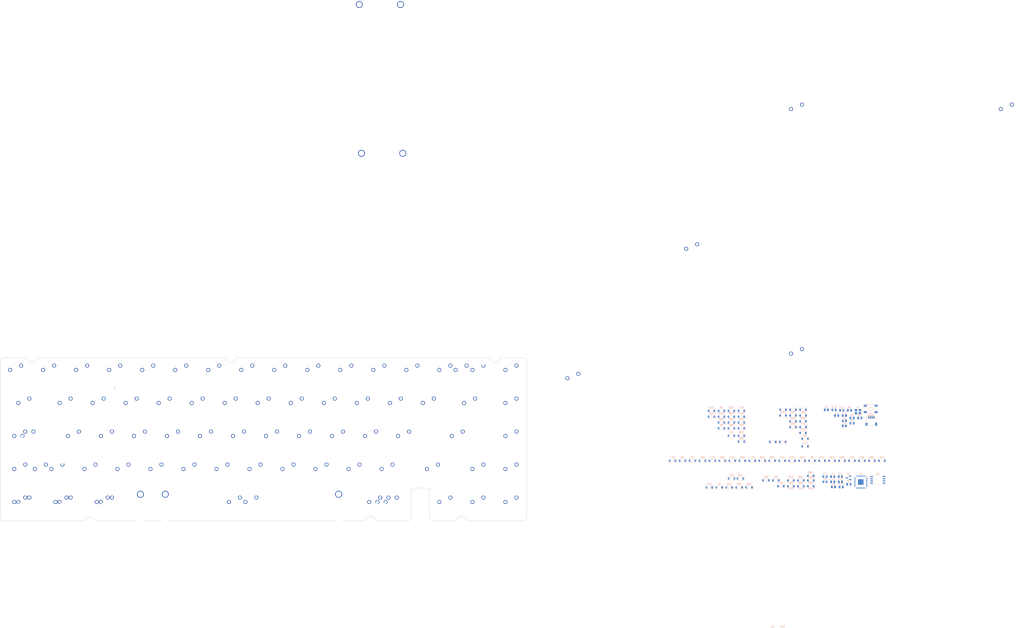
<source format=kicad_pcb>
(kicad_pcb (version 20211014) (generator pcbnew)
  (layers (0 "F.Cu" signal) (31 "B.Cu" signal) (34 "B.Paste" user) (35 "F.Paste" user) (36 "B.SilkS" user "B.Silkscreen") (37 "F.SilkS" user "F.Silkscreen") (38 "B.Mask" user) (39 "F.Mask" user) (44 "Edge.Cuts" user))
  (net 0 "")
  (net 1 "+3V3")
  (net 2 "GND")
  (net 3 "XTAL_IN")
  (net 4 "Net-(C3-Pad2)")
  (net 5 "+5V")
  (net 6 "+1V1")
  (net 7 "ROW0")
  (net 8 "Net-(D1-Pad2)")
  (net 9 "Net-(D2-Pad2)")
  (net 10 "Net-(D3-Pad2)")
  (net 11 "Net-(D4-Pad2)")
  (net 12 "Net-(D5-Pad2)")
  (net 13 "Net-(D6-Pad2)")
  (net 14 "Net-(D7-Pad2)")
  (net 15 "Net-(D8-Pad2)")
  (net 16 "Net-(D9-Pad2)")
  (net 17 "Net-(D10-Pad2)")
  (net 18 "Net-(D11-Pad2)")
  (net 19 "Net-(D12-Pad2)")
  (net 20 "Net-(D13-Pad2)")
  (net 21 "Net-(D14-Pad2)")
  (net 22 "Net-(D15-Pad2)")
  (net 23 "Net-(D16-Pad2)")
  (net 24 "ROW1")
  (net 25 "Net-(D17-Pad2)")
  (net 26 "Net-(D18-Pad2)")
  (net 27 "Net-(D19-Pad2)")
  (net 28 "Net-(D20-Pad2)")
  (net 29 "Net-(D21-Pad2)")
  (net 30 "Net-(D22-Pad2)")
  (net 31 "Net-(D23-Pad2)")
  (net 32 "Net-(D24-Pad2)")
  (net 33 "Net-(D25-Pad2)")
  (net 34 "Net-(D26-Pad2)")
  (net 35 "Net-(D27-Pad2)")
  (net 36 "Net-(D28-Pad2)")
  (net 37 "Net-(D29-Pad2)")
  (net 38 "Net-(D30-Pad2)")
  (net 39 "Net-(D31-Pad2)")
  (net 40 "ROW2")
  (net 41 "Net-(D32-Pad2)")
  (net 42 "Net-(D33-Pad2)")
  (net 43 "Net-(D34-Pad2)")
  (net 44 "Net-(D35-Pad2)")
  (net 45 "Net-(D36-Pad2)")
  (net 46 "Net-(D37-Pad2)")
  (net 47 "Net-(D38-Pad2)")
  (net 48 "Net-(D39-Pad2)")
  (net 49 "Net-(D40-Pad2)")
  (net 50 "Net-(D41-Pad2)")
  (net 51 "Net-(D42-Pad2)")
  (net 52 "Net-(D43-Pad2)")
  (net 53 "Net-(D44-Pad2)")
  (net 54 "Net-(D45-Pad2)")
  (net 55 "ROW3")
  (net 56 "Net-(D46-Pad2)")
  (net 57 "Net-(D47-Pad2)")
  (net 58 "Net-(D48-Pad2)")
  (net 59 "Net-(D49-Pad2)")
  (net 60 "Net-(D50-Pad2)")
  (net 61 "Net-(D51-Pad2)")
  (net 62 "Net-(D52-Pad2)")
  (net 63 "Net-(D53-Pad2)")
  (net 64 "Net-(D54-Pad2)")
  (net 65 "Net-(D55-Pad2)")
  (net 66 "Net-(D56-Pad2)")
  (net 67 "Net-(D57-Pad2)")
  (net 68 "Net-(D58-Pad2)")
  (net 69 "Net-(D59-Pad2)")
  (net 70 "Net-(D60-Pad2)")
  (net 71 "ROW4")
  (net 72 "Net-(D61-Pad2)")
  (net 73 "Net-(D62-Pad2)")
  (net 74 "Net-(D63-Pad2)")
  (net 75 "Net-(D64-Pad2)")
  (net 76 "Net-(D65-Pad2)")
  (net 77 "Net-(D66-Pad2)")
  (net 78 "Net-(D67-Pad2)")
  (net 79 "Net-(D68-Pad2)")
  (net 80 "Net-(D69-Pad2)")
  (net 81 "Net-(D70-Pad2)")
  (net 82 "Net-(D71-Pad2)")
  (net 83 "D+")
  (net 84 "D-")
  (net 85 "Net-(R1-Pad2)")
  (net 86 "Net-(R2-Pad2)")
  (net 87 "Net-(R3-Pad2)")
  (net 88 "XTAL_OUT")
  (net 89 "COL0")
  (net 90 "COL1")
  (net 91 "COL2")
  (net 92 "COL3")
  (net 93 "COL4")
  (net 94 "COL5")
  (net 95 "COL6")
  (net 96 "COL7")
  (net 97 "COL8")
  (net 98 "COL9")
  (net 99 "COL10")
  (net 100 "COL11")
  (net 101 "COL12")
  (net 102 "COL13")
  (net 103 "COL14")
  (net 104 "COL15")
  (net 137 "SD3")
  (net 138 "QSPI_CLK")
  (net 139 "SD0")
  (net 140 "SD2")
  (net 141 "SD1")
  (net 142 "CS")
  (footprint "marbastlib-mx:SW_MX_1u" (layer "F.Cu") (at 338.1375 100.0125)
    (fp_text reference "SW16" hide)
    (fp_text value "1u" hide)
    (pad "" np_thru_hole circle (at 5.08 0) (size 1.75 1.75) (drill 1.75) (layers *.Cu *.Mask))
    (pad "" np_thru_hole circle (at -5.08 0) (size 1.75 1.75) (drill 1.75) (layers *.Cu *.Mask))
    (pad "" np_thru_hole circle (at 0 0) (size 3.9878 3.9878) (drill 3.9878) (layers *.Cu *.Mask))
    (pad "1" thru_hole circle (at -3.81 -2.54) (size 2.3 2.3) (drill 1.524) (layers *.Cu "B.Mask") (net 104 "COL15"))
    (pad "2" thru_hole circle (at 2.54 -5.08) (size 2.3 2.3) (drill 1.524) (layers *.Cu "B.Mask") (net 23 "Net-(D16-Pad2)"))
  )
  (footprint "marbastlib-mx:SW_MX_1u" (layer "F.Cu") (at 190.5 157.1625)
    (fp_text reference "SW58" hide)
    (fp_text value "1u" hide)
    (pad "" np_thru_hole circle (at 0 0) (size 3.9878 3.9878) (drill 3.9878) (layers *.Cu *.Mask))
    (pad "" np_thru_hole circle (at -5.08 0) (size 1.75 1.75) (drill 1.75) (layers *.Cu *.Mask))
    (pad "" np_thru_hole circle (at 5.08 0) (size 1.75 1.75) (drill 1.75) (layers *.Cu *.Mask))
    (pad "1" thru_hole circle (at -3.81 -2.54) (size 2.3 2.3) (drill 1.524) (layers *.Cu "B.Mask") (net 96 "COL7"))
    (pad "2" thru_hole circle (at 2.54 -5.08) (size 2.3 2.3) (drill 1.524) (layers *.Cu "B.Mask") (net 63 "Net-(D53-Pad2)"))
  )
  (footprint "marbastlib-mx:SW_MX_1u" (layer "F.Cu") (at 319.0875 176.2125)
    (fp_text reference "SW73" hide)
    (fp_text value "1u" hide)
    (pad "" np_thru_hole circle (at 0 0) (size 3.9878 3.9878) (drill 3.9878) (layers *.Cu *.Mask))
    (pad "" np_thru_hole circle (at -5.08 0) (size 1.75 1.75) (drill 1.75) (layers *.Cu *.Mask))
    (pad "" np_thru_hole circle (at 5.08 0) (size 1.75 1.75) (drill 1.75) (layers *.Cu *.Mask))
    (pad "1" thru_hole circle (at -3.81 -2.54) (size 2.3 2.3) (drill 1.524) (layers *.Cu "B.Mask") (net 102 "COL13"))
    (pad "2" thru_hole circle (at 2.54 -5.08) (size 2.3 2.3) (drill 1.524) (layers *.Cu "B.Mask") (net 79 "Net-(D68-Pad2)"))
  )
  (footprint "marbastlib-mx:SW_MX_1u" (layer "F.Cu") (at 54.76875 138.1125)
    (fp_text reference "SW34" hide)
    (fp_text value "1.25u" hide)
    (pad "" np_thru_hole circle (at -5.08 0) (size 1.75 1.75) (drill 1.75) (layers *.Cu *.Mask))
    (pad "" np_thru_hole circle (at 0 0) (size 3.9878 3.9878) (drill 3.9878) (layers *.Cu *.Mask))
    (pad "" np_thru_hole circle (at 5.08 0) (size 1.75 1.75) (drill 1.75) (layers *.Cu *.Mask))
    (pad "1" thru_hole circle (at -3.81 -2.54) (size 2.3 2.3) (drill 1.524) (layers *.Cu "B.Mask") (net 89 "COL0"))
    (pad "2" thru_hole circle (at 2.54 -5.08) (size 2.3 2.3) (drill 1.524) (layers *.Cu "B.Mask") (net 41 "Net-(D32-Pad2)"))
  )
  (footprint "marbastlib-mx:SW_MX_1u" (layer "F.Cu") (at 142.875 138.1125)
    (fp_text reference "SW39" hide)
    (fp_text value "1u" hide)
    (pad "" np_thru_hole circle (at -5.08 0) (size 1.75 1.75) (drill 1.75) (layers *.Cu *.Mask))
    (pad "" np_thru_hole circle (at 5.08 0) (size 1.75 1.75) (drill 1.75) (layers *.Cu *.Mask))
    (pad "" np_thru_hole circle (at 0 0) (size 3.9878 3.9878) (drill 3.9878) (layers *.Cu *.Mask))
    (pad "1" thru_hole circle (at -3.81 -2.54) (size 2.3 2.3) (drill 1.524) (layers *.Cu "B.Mask") (net 93 "COL4"))
    (pad "2" thru_hole circle (at 2.54 -5.08) (size 2.3 2.3) (drill 1.524) (layers *.Cu "B.Mask") (net 45 "Net-(D36-Pad2)"))
  )
  (footprint "marbastlib-mx:SW_MX_1u" (layer "F.Cu") (at 185.7375 100.0125)
    (fp_text reference "SW8" hide)
    (fp_text value "1u" hide)
    (pad "" np_thru_hole circle (at -5.08 0) (size 1.75 1.75) (drill 1.75) (layers *.Cu *.Mask))
    (pad "" np_thru_hole circle (at 0 0) (size 3.9878 3.9878) (drill 3.9878) (layers *.Cu *.Mask))
    (pad "" np_thru_hole circle (at 5.08 0) (size 1.75 1.75) (drill 1.75) (layers *.Cu *.Mask))
    (pad "1" thru_hole circle (at -3.81 -2.54) (size 2.3 2.3) (drill 1.524) (layers *.Cu "B.Mask") (net 96 "COL7"))
    (pad "2" thru_hole circle (at 2.54 -5.08) (size 2.3 2.3) (drill 1.524) (layers *.Cu "B.Mask") (net 15 "Net-(D8-Pad2)"))
  )
  (footprint "marbastlib-mx:SW_MX_1u" (layer "F.Cu") (at 133.35 157.1625)
    (fp_text reference "SW55" hide)
    (fp_text value "1u" hide)
    (pad "" np_thru_hole circle (at -5.08 0) (size 1.75 1.75) (drill 1.75) (layers *.Cu *.Mask))
    (pad "" np_thru_hole circle (at 5.08 0) (size 1.75 1.75) (drill 1.75) (layers *.Cu *.Mask))
    (pad "" np_thru_hole circle (at 0 0) (size 3.9878 3.9878) (drill 3.9878) (layers *.Cu *.Mask))
    (pad "1" thru_hole circle (at -3.81 -2.54) (size 2.3 2.3) (drill 1.524) (layers *.Cu "B.Mask") (net 93 "COL4"))
    (pad "2" thru_hole circle (at 2.54 -5.08) (size 2.3 2.3) (drill 1.524) (layers *.Cu "B.Mask") (net 60 "Net-(D50-Pad2)"))
  )
  (footprint "marbastlib-mx:SW_MX_1u" (layer "F.Cu") (at 502.92 90.54)
    (fp_text reference "SW81" hide)
    (fp_text value "3u" hide)
    (pad "" np_thru_hole circle (at 0 0) (size 3.9878 3.9878) (drill 3.9878) (layers *.Cu *.Mask))
    (pad "" np_thru_hole circle (at 5.08 0) (size 1.75 1.75) (drill 1.75) (layers *.Cu *.Mask))
    (pad "" np_thru_hole circle (at -5.08 0) (size 1.75 1.75) (drill 1.75) (layers *.Cu *.Mask))
    (pad "1" thru_hole circle (at -3.81 -2.54) (size 2.3 2.3) (drill 1.524) (layers *.Cu "B.Mask") (net 94 "COL5"))
    (pad "2" thru_hole circle (at 2.54 -5.08) (size 2.3 2.3) (drill 1.524) (layers *.Cu "B.Mask") (net 81 "Net-(D70-Pad2)"))
  )
  (footprint "marbastlib-mx:SW_MX_1u" (layer "F.Cu") (at 242.8875 100.0125)
    (fp_text reference "SW11" hide)
    (fp_text value "1u" hide)
    (pad "" np_thru_hole circle (at -5.08 0) (size 1.75 1.75) (drill 1.75) (layers *.Cu *.Mask))
    (pad "" np_thru_hole circle (at 0 0) (size 3.9878 3.9878) (drill 3.9878) (layers *.Cu *.Mask))
    (pad "" np_thru_hole circle (at 5.08 0) (size 1.75 1.75) (drill 1.75) (layers *.Cu *.Mask))
    (pad "1" thru_hole circle (at -3.81 -2.54) (size 2.3 2.3) (drill 1.524) (layers *.Cu "B.Mask") (net 99 "COL10"))
    (pad "2" thru_hole circle (at 2.54 -5.08) (size 2.3 2.3) (drill 1.524) (layers *.Cu "B.Mask") (net 18 "Net-(D11-Pad2)"))
  )
  (footprint "marbastlib-mx:STAB_MX_2u" (layer "F.Cu") (at 66.675 157.1625)
    (fp_text reference "S2" hide)
    (fp_text value "LShift")
    (pad "" np_thru_hole circle (at -11.90625 -6.985) (size 3.048 3.048) (drill 3.048) (layers *.Cu *.Mask))
    (pad "" np_thru_hole circle (at -11.90625 8.255) (size 3.9878 3.9878) (drill 3.9878) (layers *.Cu *.Mask))
    (pad "" np_thru_hole circle (at 11.90625 8.255) (size 3.9878 3.9878) (drill 3.9878) (layers *.Cu *.Mask))
    (pad "" np_thru_hole circle (at 11.90625 -6.985) (size 3.048 3.048) (drill 3.048) (layers *.Cu *.Mask))
  )
  (footprint "marbastlib-mx:SW_MX_1u" (layer "F.Cu") (at 223.8375 100.0125)
    (fp_text reference "SW10" hide)
    (fp_text value "1u" hide)
    (pad "" np_thru_hole circle (at -5.08 0) (size 1.75 1.75) (drill 1.75) (layers *.Cu *.Mask))
    (pad "" np_thru_hole circle (at 5.08 0) (size 1.75 1.75) (drill 1.75) (layers *.Cu *.Mask))
    (pad "" np_thru_hole circle (at 0 0) (size 3.9878 3.9878) (drill 3.9878) (layers *.Cu *.Mask))
    (pad "1" thru_hole circle (at -3.81 -2.54) (size 2.3 2.3) (drill 1.524) (layers *.Cu "B.Mask") (net 98 "COL9"))
    (pad "2" thru_hole circle (at 2.54 -5.08) (size 2.3 2.3) (drill 1.524) (layers *.Cu "B.Mask") (net 17 "Net-(D10-Pad2)"))
  )
  (footprint "marbastlib-mx:SW_MX_1u" (layer "F.Cu") (at 176.2125 119.0625)
    (fp_text reference "SW24" hide)
    (fp_text value "1u" hide)
    (pad "" np_thru_hole circle (at 5.08 0) (size 1.75 1.75) (drill 1.75) (layers *.Cu *.Mask))
    (pad "" np_thru_hole circle (at -5.08 0) (size 1.75 1.75) (drill 1.75) (layers *.Cu *.Mask))
    (pad "" np_thru_hole circle (at 0 0) (size 3.9878 3.9878) (drill 3.9878) (layers *.Cu *.Mask))
    (pad "1" thru_hole circle (at -3.81 -2.54) (size 2.3 2.3) (drill 1.524) (layers *.Cu "B.Mask") (net 95 "COL6"))
    (pad "2" thru_hole circle (at 2.54 -5.08) (size 2.3 2.3) (drill 1.524) (layers *.Cu "B.Mask") (net 31 "Net-(D23-Pad2)"))
  )
  (footprint "marbastlib-mx:SW_MX_1u" (layer "F.Cu") (at 178.59375 176.2125)
    (fp_text reference "SW69" hide)
    (fp_text value "7u" hide)
    (pad "" np_thru_hole circle (at 5.08 0) (size 1.75 1.75) (drill 1.75) (layers *.Cu *.Mask))
    (pad "" np_thru_hole circle (at 0 0) (size 3.9878 3.9878) (drill 3.9878) (layers *.Cu *.Mask))
    (pad "" np_thru_hole circle (at -5.08 0) (size 1.75 1.75) (drill 1.75) (layers *.Cu *.Mask))
    (pad "1" thru_hole circle (at -3.81 -2.54) (size 2.3 2.3) (drill 1.524) (layers *.Cu "B.Mask") (net 95 "COL6"))
    (pad "2" thru_hole circle (at 2.54 -5.08) (size 2.3 2.3) (drill 1.524) (layers *.Cu "B.Mask") (net 75 "Net-(D64-Pad2)"))
  )
  (footprint "marbastlib-mx:SW_MX_1u" (layer "F.Cu") (at 219.075 138.1125)
    (fp_text reference "SW43" hide)
    (fp_text value "1u" hide)
    (pad "" np_thru_hole circle (at -5.08 0) (size 1.75 1.75) (drill 1.75) (layers *.Cu *.Mask))
    (pad "" np_thru_hole circle (at 0 0) (size 3.9878 3.9878) (drill 3.9878) (layers *.Cu *.Mask))
    (pad "" np_thru_hole circle (at 5.08 0) (size 1.75 1.75) (drill 1.75) (layers *.Cu *.Mask))
    (pad "1" thru_hole circle (at -3.81 -2.54) (size 2.3 2.3) (drill 1.524) (layers *.Cu "B.Mask") (net 97 "COL8"))
    (pad "2" thru_hole circle (at 2.54 -5.08) (size 2.3 2.3) (drill 1.524) (layers *.Cu "B.Mask") (net 49 "Net-(D40-Pad2)"))
  )
  (footprint "marbastlib-mx:SW_MX_1u" (layer "F.Cu") (at 200.025 138.1125)
    (fp_text reference "SW42" hide)
    (fp_text value "1u" hide)
    (pad "" np_thru_hole circle (at 0 0) (size 3.9878 3.9878) (drill 3.9878) (layers *.Cu *.Mask))
    (pad "" np_thru_hole circle (at 5.08 0) (size 1.75 1.75) (drill 1.75) (layers *.Cu *.Mask))
    (pad "" np_thru_hole circle (at -5.08 0) (size 1.75 1.75) (drill 1.75) (layers *.Cu *.Mask))
    (pad "1" thru_hole circle (at -3.81 -2.54) (size 2.3 2.3) (drill 1.524) (layers *.Cu "B.Mask") (net 96 "COL7"))
    (pad "2" thru_hole circle (at 2.54 -5.08) (size 2.3 2.3) (drill 1.524) (layers *.Cu "B.Mask") (net 48 "Net-(D39-Pad2)"))
  )
  (footprint "marbastlib-mx:SW_MX_1u" (layer "F.Cu") (at 123.825 138.1125)
    (fp_text reference "SW38" hide)
    (fp_text value "1u" hide)
    (pad "" np_thru_hole circle (at 0 0) (size 3.9878 3.9878) (drill 3.9878) (layers *.Cu *.Mask))
    (pad "" np_thru_hole circle (at -5.08 0) (size 1.75 1.75) (drill 1.75) (layers *.Cu *.Mask))
    (pad "" np_thru_hole circle (at 5.08 0) (size 1.75 1.75) (drill 1.75) (layers *.Cu *.Mask))
    (pad "1" thru_hole circle (at -3.81 -2.54) (size 2.3 2.3) (drill 1.524) (layers *.Cu "B.Mask") (net 92 "COL3"))
    (pad "2" thru_hole circle (at 2.54 -5.08) (size 2.3 2.3) (drill 1.524) (layers *.Cu "B.Mask") (net 44 "Net-(D35-Pad2)"))
  )
  (footprint "marbastlib-mx:SW_MX_1u" (layer "F.Cu") (at 157.1625 119.0625)
    (fp_text reference "SW23" hide)
    (fp_text value "1u" hide)
    (pad "" np_thru_hole circle (at 0 0) (size 3.9878 3.9878) (drill 3.9878) (layers *.Cu *.Mask))
    (pad "" np_thru_hole circle (at -5.08 0) (size 1.75 1.75) (drill 1.75) (layers *.Cu *.Mask))
    (pad "" np_thru_hole circle (at 5.08 0) (size 1.75 1.75) (drill 1.75) (layers *.Cu *.Mask))
    (pad "1" thru_hole circle (at -3.81 -2.54) (size 2.3 2.3) (drill 1.524) (layers *.Cu "B.Mask") (net 94 "COL5"))
    (pad "2" thru_hole circle (at 2.54 -5.08) (size 2.3 2.3) (drill 1.524) (layers *.Cu "B.Mask") (net 30 "Net-(D22-Pad2)"))
  )
  (footprint "marbastlib-mx:STAB_MX_P_2u" (layer "F.Cu") (at 261.9375 -106.555)
    (fp_text reference "S7" hide)
    (fp_text value "Right Split Space")
    (pad "" thru_hole circle (at -11.90625 -6.985) (size 4 4) (drill 3.048) (layers *.Cu "B.Mask"))
    (pad "" np_thru_hole circle (at 11.90625 8.255) (size 3.9878 3.9878) (drill 3.9878) (layers *.Cu *.Mask))
    (pad "" np_thru_hole circle (at -11.90625 8.255) (size 3.9878 3.9878) (drill 3.9878) (layers *.Cu *.Mask))
    (pad "" thru_hole circle (at 11.90625 -6.985) (size 4 4) (drill 3.048) (layers *.Cu "B.Mask"))
  )
  (footprint "marbastlib-mx:SW_MX_1u" (layer "F.Cu") (at 290.5125 119.0625)
    (fp_text reference "SW30" hide)
    (fp_text value "1u" hide)
    (pad "" np_thru_hole circle (at 0 0) (size 3.9878 3.9878) (drill 3.9878) (layers *.Cu *.Mask))
    (pad "" np_thru_hole circle (at 5.08 0) (size 1.75 1.75) (drill 1.75) (layers *.Cu *.Mask))
    (pad "" np_thru_hole circle (at -5.08 0) (size 1.75 1.75) (drill 1.75) (layers *.Cu *.Mask))
    (pad "1" thru_hole circle (at -3.81 -2.54) (size 2.3 2.3) (drill 1.524) (layers *.Cu "B.Mask") (net 101 "COL12"))
    (pad "2" thru_hole circle (at 2.54 -5.08) (size 2.3 2.3) (drill 1.524) (layers *.Cu "B.Mask") (net 37 "Net-(D29-Pad2)"))
  )
  (footprint "marbastlib-mx:SW_MX_1u" (layer "F.Cu") (at 138.1125 119.0625)
    (fp_text reference "SW22" hide)
    (fp_text value "1u" hide)
    (pad "" np_thru_hole circle (at 0 0) (size 3.9878 3.9878) (drill 3.9878) (layers *.Cu *.Mask))
    (pad "" np_thru_hole circle (at 5.08 0) (size 1.75 1.75) (drill 1.75) (layers *.Cu *.Mask))
    (pad "" np_thru_hole circle (at -5.08 0) (size 1.75 1.75) (drill 1.75) (layers *.Cu *.Mask))
    (pad "1" thru_hole circle (at -3.81 -2.54) (size 2.3 2.3) (drill 1.524) (layers *.Cu "B.Mask") (net 93 "COL4"))
    (pad "2" thru_hole circle (at 2.54 -5.08) (size 2.3 2.3) (drill 1.524) (layers *.Cu "B.Mask") (net 29 "Net-(D21-Pad2)"))
  )
  (footprint "marbastlib-mx:SW_MX_1u" (layer "F.Cu") (at 119.0625 119.0625)
    (fp_text reference "SW21" hide)
    (fp_text value "1u" hide)
    (pad "" np_thru_hole circle (at 0 0) (size 3.9878 3.9878) (drill 3.9878) (layers *.Cu *.Mask))
    (pad "" np_thru_hole circle (at 5.08 0) (size 1.75 1.75) (drill 1.75) (layers *.Cu *.Mask))
    (pad "" np_thru_hole circle (at -5.08 0) (size 1.75 1.75) (drill 1.75) (layers *.Cu *.Mask))
    (pad "1" thru_hole circle (at -3.81 -2.54) (size 2.3 2.3) (drill 1.524) (layers *.Cu "B.Mask") (net 92 "COL3"))
    (pad "2" thru_hole circle (at 2.54 -5.08) (size 2.3 2.3) (drill 1.524) (layers *.Cu "B.Mask") (net 28 "Net-(D20-Pad2)"))
  )
  (footprint "marbastlib-mx:SW_MX_1u" (layer "F.Cu") (at 269.08125 176.2125)
    (fp_text reference "SW79" hide)
    (fp_text value "1.25u" hide)
    (pad "" np_thru_hole circle (at -5.08 0) (size 1.75 1.75) (drill 1.75) (layers *.Cu *.Mask))
    (pad "" np_thru_hole circle (at 0 0) (size 3.9878 3.9878) (drill 3.9878) (layers *.Cu *.Mask))
    (pad "" np_thru_hole circle (at 5.08 0) (size 1.75 1.75) (drill 1.75) (layers *.Cu *.Mask))
    (pad "1" thru_hole circle (at -3.81 -2.54) (size 2.3 2.3) (drill 1.524) (layers *.Cu "B.Mask") (net 100 "COL11"))
    (pad "2" thru_hole circle (at 2.54 -5.08) (size 2.3 2.3) (drill 1.524) (layers *.Cu "B.Mask") (net 77 "Net-(D66-Pad2)"))
  )
  (footprint "marbastlib-mx:STAB_MX_P_2u" (layer "F.Cu") (at 263.20125 -20.6355)
    (fp_text reference "S6" hide)
    (fp_text value "Left Split Space")
    (pad "" thru_hole circle (at -11.90625 -6.985) (size 4 4) (drill 3.048) (layers *.Cu "B.Mask"))
    (pad "" np_thru_hole circle (at -11.90625 8.255) (size 3.9878 3.9878) (drill 3.9878) (layers *.Cu *.Mask))
    (pad "" np_thru_hole circle (at 11.90625 8.255) (size 3.9878 3.9878) (drill 3.9878) (layers *.Cu *.Mask))
    (pad "" thru_hole circle (at 11.90625 -6.985) (size 4 4) (drill 3.048) (layers *.Cu "B.Mask"))
  )
  (footprint "marbastlib-mx:SW_MX_1u" (layer "F.Cu") (at 300.0375 176.2125)
    (fp_text reference "SW72" hide)
    (fp_text value "1u" hide)
    (pad "" np_thru_hole circle (at 5.08 0) (size 1.75 1.75) (drill 1.75) (layers *.Cu *.Mask))
    (pad "" np_thru_hole circle (at -5.08 0) (size 1.75 1.75) (drill 1.75) (layers *.Cu *.Mask))
    (pad "" np_thru_hole circle (at 0 0) (size 3.9878 3.9878) (drill 3.9878) (layers *.Cu *.Mask))
    (pad "1" thru_hole circle (at -3.81 -2.54) (size 2.3 2.3) (drill 1.524) (layers *.Cu "B.Mask") (net 101 "COL12"))
    (pad "2" thru_hole circle (at 2.54 -5.08) (size 2.3 2.3) (drill 1.524) (layers *.Cu "B.Mask") (net 78 "Net-(D67-Pad2)"))
  )
  (footprint "marbastlib-mx:SW_MX_1u" (layer "F.Cu") (at 238.125 138.1125)
    (fp_text reference "SW44" hide)
    (fp_text value "1u" hide)
    (pad "" np_thru_hole circle (at -5.08 0) (size 1.75 1.75) (drill 1.75) (layers *.Cu *.Mask))
    (pad "" np_thru_hole circle (at 5.08 0) (size 1.75 1.75) (drill 1.75) (layers *.Cu *.Mask))
    (pad "" np_thru_hole circle (at 0 0) (size 3.9878 3.9878) (drill 3.9878) (layers *.Cu *.Mask))
    (pad "1" thru_hole circle (at -3.81 -2.54) (size 2.3 2.3) (drill 1.524) (layers *.Cu "B.Mask") (net 98 "COL9"))
    (pad "2" thru_hole circle (at 2.54 -5.08) (size 2.3 2.3) (drill 1.524) (layers *.Cu "B.Mask") (net 50 "Net-(D41-Pad2)"))
  )
  (footprint "marbastlib-mx:SW_MX_1u" (layer "F.Cu") (at 54.76875 176.2125)
    (fp_text reference "SW75" hide)
    (fp_text value "1.25u" hide)
    (pad "" np_thru_hole circle (at 5.08 0) (size 1.75 1.75) (drill 1.75) (layers *.Cu *.Mask))
    (pad "" np_thru_hole circle (at 0 0) (size 3.9878 3.9878) (drill 3.9878) (layers *.Cu *.Mask))
    (pad "" np_thru_hole circle (at -5.08 0) (size 1.75 1.75) (drill 1.75) (layers *.Cu *.Mask))
    (pad "1" thru_hole circle (at -3.81 -2.54) (size 2.3 2.3) (drill 1.524) (layers *.Cu "B.Mask") (net 89 "COL0"))
    (pad "2" thru_hole circle (at 2.54 -5.08) (size 2.3 2.3) (drill 1.524) (layers *.Cu "B.Mask") (net 72 "Net-(D61-Pad2)"))
  )
  (footprint "marbastlib-mx:SW_MX_1u" (layer "F.Cu") (at 80.9625 119.0625)
    (fp_text reference "SW19" hide)
    (fp_text value "1u" hide)
    (pad "" np_thru_hole circle (at -5.08 0) (size 1.75 1.75) (drill 1.75) (layers *.Cu *.Mask))
    (pad "" np_thru_hole circle (at 0 0) (size 3.9878 3.9878) (drill 3.9878) (layers *.Cu *.Mask))
    (pad "" np_thru_hole circle (at 5.08 0) (size 1.75 1.75) (drill 1.75) (layers *.Cu *.Mask))
    (pad "1" thru_hole circle (at -3.81 -2.54) (size 2.3 2.3) (drill 1.524) (layers *.Cu "B.Mask") (net 90 "COL1"))
    (pad "2" thru_hole circle (at 2.54 -5.08) (size 2.3 2.3) (drill 1.524) (layers *.Cu "B.Mask") (net 26 "Net-(D18-Pad2)"))
  )
  (footprint "marbastlib-mx:SW_MX_1u" (layer "F.Cu") (at 195.2625 119.0625)
    (fp_text reference "SW25" hide)
    (fp_text value "1u" hide)
    (pad "" np_thru_hole circle (at 0 0) (size 3.9878 3.9878) (drill 3.9878) (layers *.Cu *.Mask))
    (pad "" np_thru_hole circle (at -5.08 0) (size 1.75 1.75) (drill 1.75) (layers *.Cu *.Mask))
    (pad "" np_thru_hole circle (at 5.08 0) (size 1.75 1.75) (drill 1.75) (layers *.Cu *.Mask))
    (pad "1" thru_hole circle (at -3.81 -2.54) (size 2.3 2.3) (drill 1.524) (layers *.Cu "B.Mask") (net 96 "COL7"))
    (pad "2" thru_hole circle (at 2.54 -5.08) (size 2.3 2.3) (drill 1.524) (layers *.Cu "B.Mask") (net 32 "Net-(D24-Pad2)"))
  )
  (footprint "marbastlib-mx:SW_MX_1u" (layer "F.Cu") (at 276.225 138.1125)
    (fp_text reference "SW46" hide)
    (fp_text value "1u" hide)
    (pad "" np_thru_hole circle (at 0 0) (size 3.9878 3.9878) (drill 3.9878) (layers *.Cu *.Mask))
    (pad "" np_thru_hole circle (at -5.08 0) (size 1.75 1.75) (drill 1.75) (layers *.Cu *.Mask))
    (pad "" np_thru_hole circle (at 5.08 0) (size 1.75 1.75) (drill 1.75) (layers *.Cu *.Mask))
    (pad "1" thru_hole circle (at -3.81 -2.54) (size 2.3 2.3) (drill 1.524) (layers *.Cu "B.Mask") (net 100 "COL11"))
    (pad "2" thru_hole circle (at 2.54 -5.08) (size 2.3 2.3) (drill 1.524) (layers *.Cu "B.Mask") (net 52 "Net-(D43-Pad2)"))
  )
  (footprint "marbastlib-mx:SW_MX_1u" (layer "F.Cu") (at 319.0875 157.1625)
    (fp_text reference "SW64" hide)
    (fp_text value "1u" hide)
    (pad "" np_thru_hole circle (at 5.08 0) (size 1.75 1.75) (drill 1.75) (layers *.Cu *.Mask))
    (pad "" np_thru_hole circle (at -5.08 0) (size 1.75 1.75) (drill 1.75) (layers *.Cu *.Mask))
    (pad "" np_thru_hole circle (at 0 0) (size 3.9878 3.9878) (drill 3.9878) (layers *.Cu *.Mask))
    (pad "1" thru_hole circle (at -3.81 -2.54) (size 2.3 2.3) (drill 1.524) (layers *.Cu "B.Mask") (net 102 "COL13"))
    (pad "2" thru_hole circle (at 2.54 -5.08) (size 2.3 2.3) (drill 1.524) (layers *.Cu "B.Mask") (net 69 "Net-(D59-Pad2)"))
  )
  (footprint "marbastlib-mx:STAB_MX_P_7u" (layer "F.Cu") (at 180.975 176.2125)
    (fp_text reference "S4" hide)
    (fp_text value "7u Space")
    (pad "" thru_hole circle (at 57.15 -6.985) (size 4 4) (drill 3.048) (layers *.Cu "B.Mask"))
    (pad "" np_thru_hole circle (at -57.15 8.255) (size 3.9878 3.9878) (drill 3.9878) (layers *.Cu *.Mask))
    (pad "" thru_hole circle (at -57.15 -6.985) (size 4 4) (drill 3.048) (layers *.Cu "B.Mask"))
    (pad "" np_thru_hole circle (at 57.15 8.255) (size 3.9878 3.9878) (drill 3.9878) (layers *.Cu *.Mask))
  )
  (footprint "marbastlib-mx:STAB_MX_2u" (layer "F.Cu") (at 309.4355 100.0125)
    (fp_text reference "S1" hide)
    (fp_text value "Back")
    (pad "" np_thru_hole circle (at -11.90625 -6.985) (size 3.048 3.048) (drill 3.048) (layers *.Cu *.Mask))
    (pad "" np_thru_hole circle (at -11.90625 8.255) (size 3.9878 3.9878) (drill 3.9878) (layers *.Cu *.Mask))
    (pad "" np_thru_hole circle (at 11.90625 -6.985) (size 3.048 3.048) (drill 3.048) (layers *.Cu *.Mask))
    (pad "" np_thru_hole circle (at 11.90625 8.255) (size 3.9878 3.9878) (drill 3.9878) (layers *.Cu *.Mask))
  )
  (footprint "marbastlib-mx:SW_MX_1u" (layer "F.Cu") (at 204.7875 100.0125)
    (fp_text reference "SW9" hide)
    (fp_text value "1u" hide)
    (pad "" np_thru_hole circle (at 5.08 0) (size 1.75 1.75) (drill 1.75) (layers *.Cu *.Mask))
    (pad "" np_thru_hole circle (at -5.08 0) (size 1.75 1.75) (drill 1.75) (layers *.Cu *.Mask))
    (pad "" np_thru_hole circle (at 0 0) (size 3.9878 3.9878) (drill 3.9878) (layers *.Cu *.Mask))
    (pad "1" thru_hole circle (at -3.81 -2.54) (size 2.3 2.3) (drill 1.524) (layers *.Cu "B.Mask") (net 97 "COL8"))
    (pad "2" thru_hole circle (at 2.54 -5.08) (size 2.3 2.3) (drill 1.524) (layers *.Cu "B.Mask") (net 16 "Net-(D9-Pad2)"))
  )
  (footprint "marbastlib-mx:SW_MX_1u" (layer "F.Cu") (at 252.4125 119.0625)
    (fp_text reference "SW28" hide)
    (fp_text value "1u" hide)
    (pad "" np_thru_hole circle (at -5.08 0) (size 1.75 1.75) (drill 1.75) (layers *.Cu *.Mask))
    (pad "" np_thru_hole circle (at 5.08 0) (size 1.75 1.75) (drill 1.75) (layers *.Cu *.Mask))
    (pad "" np_thru_hole circle (at 0 0) (size 3.9878 3.9878) (drill 3.9878) (layers *.Cu *.Mask))
    (pad "1" thru_hole circle (at -3.81 -2.54) (size 2.3 2.3) (drill 1.524) (layers *.Cu "B.Mask") (net 99 "COL10"))
    (pad "2" thru_hole circle (at 2.54 -5.08) (size 2.3 2.3) (drill 1.524) (layers *.Cu "B.Mask") (net 35 "Net-(D27-Pad2)"))
  )
  (footprint "marbastlib-mx:SW_MX_1u" (layer "F.Cu") (at 309.4355 100.0125)
    (fp_text reference "SW17" hide)
    (fp_text value "2u" hide)
    (pad "" np_thru_hole circle (at 0 0) (size 3.9878 3.9878) (drill 3.9878) (layers *.Cu *.Mask))
    (pad "" np_thru_hole circle (at 5.08 0) (size 1.75 1.75) (drill 1.75) (layers *.Cu *.Mask))
    (pad "" np_thru_hole circle (at -5.08 0) (size 1.75 1.75) (drill 1.75) (layers *.Cu *.Mask))
    (pad "1" thru_hole circle (at -3.81 -2.54) (size 2.3 2.3) (drill 1.524) (layers *.Cu "B.Mask") (net 103 "COL14"))
    (pad "2" thru_hole circle (at 2.54 -5.08) (size 2.3 2.3) (drill 1.524) (layers *.Cu "B.Mask") (net 22 "Net-(D15-Pad2)"))
  )
  (footprint "marbastlib-mx:SW_MX_1u" (layer "F.Cu") (at 147.6375 100.0125)
    (fp_text reference "SW6" hide)
    (fp_text value "1u" hide)
    (pad "" np_thru_hole circle (at -5.08 0) (size 1.75 1.75) (drill 1.75) (layers *.Cu *.Mask))
    (pad "" np_thru_hole circle (at 5.08 0) (size 1.75 1.75) (drill 1.75) (layers *.Cu *.Mask))
    (pad "" np_thru_hole circle (at 0 0) (size 3.9878 3.9878) (drill 3.9878) (layers *.Cu *.Mask))
    (pad "1" thru_hole circle (at -3.81 -2.54) (size 2.3 2.3) (drill 1.524) (layers *.Cu "B.Mask") (net 94 "COL5"))
    (pad "2" thru_hole circle (at 2.54 -5.08) (size 2.3 2.3) (drill 1.524) (layers *.Cu "B.Mask") (net 13 "Net-(D6-Pad2)"))
  )
  (footprint "marbastlib-mx:SW_MX_1u" (layer "F.Cu") (at 247.65 157.1625)
    (fp_text reference "SW61" hide)
    (fp_text value "1u" hide)
    (pad "" np_thru_hole circle (at 0 0) (size 3.9878 3.9878) (drill 3.9878) (layers *.Cu *.Mask))
    (pad "" np_thru_hole circle (at -5.08 0) (size 1.75 1.75) (drill 1.75) (layers *.Cu *.Mask))
    (pad "" np_thru_hole circle (at 5.08 0) (size 1.75 1.75) (drill 1.75) (layers *.Cu *.Mask))
    (pad "1" thru_hole circle (at -3.81 -2.54) (size 2.3 2.3) (drill 1.524) (layers *.Cu "B.Mask") (net 99 "COL10"))
    (pad "2" thru_hole circle (at 2.54 -5.08) (size 2.3 2.3) (drill 1.524) (layers *.Cu "B.Mask") (net 66 "Net-(D56-Pad2)"))
  )
  (footprint "marbastlib-mx:SW_MX_1u" (layer "F.Cu") (at 90.4875 100.0125)
    (fp_text reference "SW3" hide)
    (fp_text value "1u" hide)
    (pad "" np_thru_hole circle (at 0 0) (size 3.9878 3.9878) (drill 3.9878) (layers *.Cu *.Mask))
    (pad "" np_thru_hole circle (at -5.08 0) (size 1.75 1.75) (drill 1.75) (layers *.Cu *.Mask))
    (pad "" np_thru_hole circle (at 5.08 0) (size 1.75 1.75) (drill 1.75) (layers *.Cu *.Mask))
    (pad "1" thru_hole circle (at -3.81 -2.54) (size 2.3 2.3) (drill 1.524) (layers *.Cu "B.Mask") (net 91 "COL2"))
    (pad "2" thru_hole circle (at 2.54 -5.08) (size 2.3 2.3) (drill 1.524) (layers *.Cu "B.Mask") (net 10 "Net-(D3-Pad2)"))
  )
  (footprint "marbastlib-mx:SW_MX_1u" (layer "F.Cu") (at 161.925 138.1125)
    (fp_text reference "SW40" hide)
    (fp_text value "1u" hide)
    (pad "" np_thru_hole circle (at 5.08 0) (size 1.75 1.75) (drill 1.75) (layers *.Cu *.Mask))
    (pad "" np_thru_hole circle (at -5.08 0) (size 1.75 1.75) (drill 1.75) (layers *.Cu *.Mask))
    (pad "" np_thru_hole circle (at 0 0) (size 3.9878 3.9878) (drill 3.9878) (layers *.Cu *.Mask))
    (pad "1" thru_hole circle (at -3.81 -2.54) (size 2.3 2.3) (drill 1.524) (layers *.Cu "B.Mask") (net 94 "COL5"))
    (pad "2" thru_hole circle (at 2.54 -5.08) (size 2.3 2.3) (drill 1.524) (layers *.Cu "B.Mask") (net 46 "Net-(D37-Pad2)"))
  )
  (footprint "marbastlib-mx:SW_MX_1u" (layer "F.Cu") (at 292.89375 157.1625)
    (fp_text reference "SW63" hide)
    (fp_text value "1.75u" hide)
    (pad "" np_thru_hole circle (at -5.08 0) (size 1.75 1.75) (drill 1.75) (layers *.Cu *.Mask))
    (pad "" np_thru_hole circle (at 5.08 0) (size 1.75 1.75) (drill 1.75) (layers *.Cu *.Mask))
    (pad "" np_thru_hole circle (at 0 0) (size 3.9878 3.9878) (drill 3.9878) (layers *.Cu *.Mask))
    (pad "1" thru_hole circle (at -3.81 -2.54) (size 2.3 2.3) (drill 1.524) (layers *.Cu "B.Mask") (net 101 "COL12"))
    (pad "2" thru_hole circle (at 2.54 -5.08) (size 2.3 2.3) (drill 1.524) (layers *.Cu "B.Mask") (net 68 "Net-(D58-Pad2)"))
  )
  (footprint "marbastlib-mx:SW_MX_1u" (layer "F.Cu") (at 180.975 138.1125)
    (fp_text reference "SW41" hide)
    (fp_text value "1u" hide)
    (pad "" np_thru_hole circle (at 5.08 0) (size 1.75 1.75) (drill 1.75) (layers *.Cu *.Mask))
    (pad "" np_thru_hole circle (at 0 0) (size 3.9878 3.9878) (drill 3.9878) (layers *.Cu *.Mask))
    (pad "" np_thru_hole circle (at -5.08 0) (size 1.75 1.75) (drill 1.75) (layers *.Cu *.Mask))
    (pad "1" thru_hole circle (at -3.81 -2.54) (size 2.3 2.3) (drill 1.524) (layers *.Cu "B.Mask") (net 95 "COL6"))
    (pad "2" thru_hole circle (at 2.54 -5.08) (size 2.3 2.3) (drill 1.524) (layers *.Cu "B.Mask") (net 47 "Net-(D38-Pad2)"))
  )
  (footprint "marbastlib-mx:SW_MX_1u" (layer "F.Cu") (at 78.58125 176.2125)
    (fp_text reference "SW76" hide)
    (fp_text value "1.25u" hide)
    (pad "" np_thru_hole circle (at -5.08 0) (size 1.75 1.75) (drill 1.75) (layers *.Cu *.Mask))
    (pad "" np_thru_hole circle (at 0 0) (size 3.9878 3.9878) (drill 3.9878) (layers *.Cu *.Mask))
    (pad "" np_thru_hole circle (at 5.08 0) (size 1.75 1.75) (drill 1.75) (layers *.Cu *.Mask))
    (pad "1" thru_hole circle (at -3.81 -2.54) (size 2.3 2.3) (drill 1.524) (layers *.Cu "B.Mask") (net 90 "COL1"))
    (pad "2" thru_hole circle (at 2.54 -5.08) (size 2.3 2.3) (drill 1.524) (layers *.Cu "B.Mask") (net 73 "Net-(D62-Pad2)"))
  )
  (footprint "marbastlib-mx:SW_MX_1u" (layer "F.Cu") (at 266.7 157.1625)
    (fp_text reference "SW62" hide)
    (fp_text value "1u" hide)
    (pad "" np_thru_hole circle (at -5.08 0) (size 1.75 1.75) (drill 1.75) (layers *.Cu *.Mask))
    (pad "" np_thru_hole circle (at 5.08 0) (size 1.75 1.75) (drill 1.75) (layers *.Cu *.Mask))
    (pad "" np_thru_hole circle (at 0 0) (size 3.9878 3.9878) (drill 3.9878) (layers *.Cu *.Mask))
    (pad "1" thru_hole circle (at -3.81 -2.54) (size 2.3 2.3) (drill 1.524) (layers *.Cu "B.Mask") (net 100 "COL11"))
    (pad "2" thru_hole circle (at 2.54 -5.08) (size 2.3 2.3) (drill 1.524) (layers *.Cu "B.Mask") (net 67 "Net-(D57-Pad2)"))
  )
  (footprint "marbastlib-mx:SW_MX_1u" (layer "F.Cu") (at 66.675 157.1625)
    (fp_text reference "SW50" hide)
    (fp_text value "2.25u" hide)
    (pad "" np_thru_hole circle (at 0 0) (size 3.9878 3.9878) (drill 3.9878) (layers *.Cu *.Mask))
    (pad "" np_thru_hole circle (at 5.08 0) (size 1.75 1.75) (drill 1.75) (layers *.Cu *.Mask))
    (pad "" np_thru_hole circle (at -5.08 0) (size 1.75 1.75) (drill 1.75) (layers *.Cu *.Mask))
    (pad "1" thru_hole circle (at -3.81 -2.54) (size 2.3 2.3) (drill 1.524) (layers *.Cu "B.Mask") (net 89 "COL0"))
    (pad "2" thru_hole circle (at 2.54 -5.08) (size 2.3 2.3) (drill 1.524) (layers *.Cu "B.Mask") (net 56 "Net-(D46-Pad2)"))
  )
  (footprint "marbastlib-mx:SW_MX_1u" (layer "F.Cu") (at 71.4375 100.0125)
    (fp_text reference "SW2" hide)
    (fp_text value "1u" hide)
    (pad "" np_thru_hole circle (at 0 0) (size 3.9878 3.9878) (drill 3.9878) (layers *.Cu *.Mask))
    (pad "" np_thru_hole circle (at -5.08 0) (size 1.75 1.75) (drill 1.75) (layers *.Cu *.Mask))
    (pad "" np_thru_hole circle (at 5.08 0) (size 1.75 1.75) (drill 1.75) (layers *.Cu *.Mask))
    (pad "1" thru_hole circle (at -3.81 -2.54) (size 2.3 2.3) (drill 1.524) (layers *.Cu "B.Mask") (net 90 "COL1"))
    (pad "2" thru_hole circle (at 2.54 -5.08) (size 2.3 2.3) (drill 1.524) (layers *.Cu "B.Mask") (net 9 "Net-(D2-Pad2)"))
  )
  (footprint "marbastlib-mx:SW_MX_1u" (layer "F.Cu") (at 300.0375 100.0125)
    (fp_text reference "SW14" hide)
    (fp_text value "1u" hide)
    (pad "" np_thru_hole circle (at 5.08 0) (size 1.75 1.75) (drill 1.75) (layers *.Cu *.Mask))
    (pad "" np_thru_hole circle (at 0 0) (size 3.9878 3.9878) (drill 3.9878) (layers *.Cu *.Mask))
    (pad "" np_thru_hole circle (at -5.08 0) (size 1.75 1.75) (drill 1.75) (layers *.Cu *.Mask))
    (pad "1" thru_hole circle (at -3.81 -2.54) (size 2.3 2.3) (drill 1.524) (layers *.Cu "B.Mask") (net 102 "COL13"))
    (pad "2" thru_hole circle (at 2.54 -5.08) (size 2.3 2.3) (drill 1.524) (layers *.Cu "B.Mask") (net 21 "Net-(D14-Pad2)"))
  )
  (footprint "marbastlib-mx:SW_MX_1u" (layer "F.Cu") (at 307.18125 138.1125)
    (fp_text reference "SW47" hide)
    (fp_text value "2.25u" hide)
    (pad "" np_thru_hole circle (at 5.08 0) (size 1.75 1.75) (drill 1.75) (layers *.Cu *.Mask))
    (pad "" np_thru_hole circle (at -5.08 0) (size 1.75 1.75) (drill 1.75) (layers *.Cu *.Mask))
    (pad "" np_thru_hole circle (at 0 0) (size 3.9878 3.9878) (drill 3.9878) (layers *.Cu *.Mask))
    (pad "1" thru_hole circle (at -3.81 -2.54) (size 2.3 2.3) (drill 1.524) (layers *.Cu "B.Mask") (net 102 "COL13"))
    (pad "2" thru_hole circle (at 2.54 -5.08) (size 2.3 2.3) (drill 1.524) (layers *.Cu "B.Mask") (net 53 "Net-(D44-Pad2)"))
  )
  (footprint "marbastlib-mx:SW_MX_1u" (layer "F.Cu") (at 338.1375 176.2125)
    (fp_text reference "SW74" hide)
    (fp_text value "1u" hide)
    (pad "" np_thru_hole circle (at -5.08 0) (size 1.75 1.75) (drill 1.75) (layers *.Cu *.Mask))
    (pad "" np_thru_hole circle (at 5.08 0) (size 1.75 1.75) (drill 1.75) (layers *.Cu *.Mask))
    (pad "" np_thru_hole circle (at 0 0) (size 3.9878 3.9878) (drill 3.9878) (layers *.Cu *.Mask))
    (pad "1" thru_hole circle (at -3.81 -2.54) (size 2.3 2.3) (drill 1.524) (layers *.Cu "B.Mask") (net 104 "COL15"))
    (pad "2" thru_hole circle (at 2.54 -5.08) (size 2.3 2.3) (drill 1.524) (layers *.Cu "B.Mask") (net 80 "Net-(D69-Pad2)"))
  )
  (footprint "marbastlib-mx:SW_MX_1u" (layer "F.Cu") (at 152.4 157.1625)
    (fp_text reference "SW56" hide)
    (fp_text value "1u" hide)
    (pad "" np_thru_hole circle (at 0 0) (size 3.9878 3.9878) (drill 3.9878) (layers *.Cu *.Mask))
    (pad "" np_thru_hole circle (at -5.08 0) (size 1.75 1.75) (drill 1.75) (layers *.Cu *.Mask))
    (pad "" np_thru_hole circle (at 5.08 0) (size 1.75 1.75) (drill 1.75) (layers *.Cu *.Mask))
    (pad "1" thru_hole circle (at -3.81 -2.54) (size 2.3 2.3) (drill 1.524) (layers *.Cu "B.Mask") (net 94 "COL5"))
    (pad "2" thru_hole circle (at 2.54 -5.08) (size 2.3 2.3) (drill 1.524) (layers *.Cu "B.Mask") (net 61 "Net-(D51-Pad2)"))
  )
  (footprint "marbastlib-mx:SW_MX_1u" (layer "F.Cu") (at 228.6 157.1625)
    (fp_text reference "SW60" hide)
    (fp_text value "1u" hide)
    (pad "" np_thru_hole circle (at -5.08 0) (size 1.75 1.75) (drill 1.75) (layers *.Cu *.Mask))
    (pad "" np_thru_hole circle (at 0 0) (size 3.9878 3.9878) (drill 3.9878) (layers *.Cu *.Mask))
    (pad "" np_thru_hole circle (at 5.08 0) (size 1.75 1.75) (drill 1.75) (layers *.Cu *.Mask))
    (pad "1" thru_hole circle (at -3.81 -2.54) (size 2.3 2.3) (drill 1.524) (layers *.Cu "B.Mask") (net 98 "COL9"))
    (pad "2" thru_hole circle (at 2.54 -5.08) (size 2.3 2.3) (drill 1.524) (layers *.Cu "B.Mask") (net 65 "Net-(D55-Pad2)"))
  )
  (footprint "marbastlib-mx:SW_MX_1u" (layer "F.Cu") (at 102.39375 176.2125)
    (fp_text reference "SW77" hide)
    (fp_text value "1.25u" hide)
    (pad "" np_thru_hole circle (at 5.08 0) (size 1.75 1.75) (drill 1.75) (layers *.Cu *.Mask))
    (pad "" np_thru_hole circle (at 0 0) (size 3.9878 3.9878) (drill 3.9878) (layers *.Cu *.Mask))
    (pad "" np_thru_hole circle (at -5.08 0) (size 1.75 1.75) (drill 1.75) (layers *.Cu *.Mask))
    (pad "1" thru_hole circle (at -3.81 -2.54) (size 2.3 2.3) (drill 1.524) (layers *.Cu "B.Mask") (net 91 "COL2"))
    (pad "2" thru_hole circle (at 2.54 -5.08) (size 2.3 2.3) (drill 1.524) (layers *.Cu "B.Mask") (net 74 "Net-(D63-Pad2)"))
  )
  (footprint "marbastlib-mx:STAB_MX_2u" (layer "F.Cu") (at 263.20125 -42.8625)
    (fp_text reference "S3" hide)
    (fp_text value "ISO Enter")
    (pad "" np_thru_hole circle (at -11.90625 8.255) (size 3.9878 3.9878) (drill 3.9878) (layers *.Cu *.Mask))
    (pad "" np_thru_hole circle (at 11.90625 8.255) (size 3.9878 3.9878) (drill 3.9878) (layers *.Cu *.Mask))
    (pad "" np_thru_hole circle (at 11.90625 -6.985) (size 3.048 3.048) (drill 3.048) (layers *.Cu *.Mask))
    (pad "" np_thru_hole circle (at -11.90625 -6.985) (size 3.048 3.048) (drill 3.048) (layers *.Cu *.Mask))
  )
  (footprint "marbastlib-mx:SW_MX_1u" (layer "F.Cu") (at 57.15 176.2125)
    (fp_text reference "SW66" hide)
    (fp_text value "1.5u" hide)
    (pad "" np_thru_hole circle (at -5.08 0) (size 1.75 1.75) (drill 1.75) (layers *.Cu *.Mask))
    (pad "" np_thru_hole circle (at 0 0) (size 3.9878 3.9878) (drill 3.9878) (layers *.Cu *.Mask))
    (pad "" np_thru_hole circle (at 5.08 0) (size 1.75 1.75) (drill 1.75) (layers *.Cu *.Mask))
    (pad "1" thru_hole circle (at -3.81 -2.54) (size 2.3 2.3) (drill 1.524) (layers *.Cu "B.Mask") (net 89 "COL0"))
    (pad "2" thru_hole circle (at 2.54 -5.08) (size 2.3 2.3) (drill 1.524) (layers *.Cu "B.Mask") (net 72 "Net-(D61-Pad2)"))
  )
  (footprint "marbastlib-mx:SW_MX_1u" (layer "F.Cu") (at 261.9375 100.0125)
    (fp_text reference "SW12" hide)
    (fp_text value "1u" hide)
    (pad "" np_thru_hole circle (at 0 0) (size 3.9878 3.9878) (drill 3.9878) (layers *.Cu *.Mask))
    (pad "" np_thru_hole circle (at -5.08 0) (size 1.75 1.75) (drill 1.75) (layers *.Cu *.Mask))
    (pad "" np_thru_hole circle (at 5.08 0) (size 1.75 1.75) (drill 1.75) (layers *.Cu *.Mask))
    (pad "1" thru_hole circle (at -3.81 -2.54) (size 2.3 2.3) (drill 1.524) (layers *.Cu "B.Mask") (net 100 "COL11"))
    (pad "2" thru_hole circle (at 2.54 -5.08) (size 2.3 2.3) (drill 1.524) (layers *.Cu "B.Mask") (net 19 "Net-(D12-Pad2)"))
  )
  (footprint "marbastlib-mx:SW_MX_1u" (layer "F.Cu") (at 128.5875 100.0125)
    (fp_text reference "SW5" hide)
    (fp_text value "1u" hide)
    (pad "" np_thru_hole circle (at -5.08 0) (size 1.75 1.75) (drill 1.75) (layers *.Cu *.Mask))
    (pad "" np_thru_hole circle (at 5.08 0) (size 1.75 1.75) (drill 1.75) (layers *.Cu *.Mask))
    (pad "" np_thru_hole circle (at 0 0) (size 3.9878 3.9878) (drill 3.9878) (layers *.Cu *.Mask))
    (pad "1" thru_hole circle (at -3.81 -2.54) (size 2.3 2.3) (drill 1.524) (layers *.Cu "B.Mask") (net 93 "COL4"))
    (pad "2" thru_hole circle (at 2.54 -5.08) (size 2.3 2.3) (drill 1.524) (layers *.Cu "B.Mask") (net 12 "Net-(D5-Pad2)"))
  )
  (footprint "marbastlib-mx:STAB_MX_P_6.25u" (layer "F.Cu") (at 188.11875 176.2125)
    (fp_text reference "S5" hide)
    (fp_text value "6.25u Space")
    (pad "" np_thru_hole circle (at -50.00625 8.255) (size 3.9878 3.9878) (drill 3.9878) (layers *.Cu *.Mask))
    (pad "" thru_hole circle (at -50.00625 -6.985) (size 4 4) (drill 3.048) (layers *.Cu "B.Mask"))
    (pad "" np_thru_hole circle (at 50.00625 8.255) (size 3.9878 3.9878) (drill 3.9878) (layers *.Cu *.Mask))
    (pad "" thru_hole circle (at 50.00625 -6.985) (size 4 4) (drill 3.048) (layers *.Cu "B.Mask"))
  )
  (footprint "marbastlib-mx:SW_MX_1u" (layer "F.Cu") (at 338.1375 119.0625)
    (fp_text reference "SW33" hide)
    (fp_text value "1u" hide)
    (pad "" np_thru_hole circle (at 5.08 0) (size 1.75 1.75) (drill 1.75) (layers *.Cu *.Mask))
    (pad "" np_thru_hole circle (at 0 0) (size 3.9878 3.9878) (drill 3.9878) (layers *.Cu *.Mask))
    (pad "" np_thru_hole circle (at -5.08 0) (size 1.75 1.75) (drill 1.75) (layers *.Cu *.Mask))
    (pad "1" thru_hole circle (at -3.81 -2.54) (size 2.3 2.3) (drill 1.524) (layers *.Cu "B.Mask") (net 104 "COL15"))
    (pad "2" thru_hole circle (at 2.54 -5.08) (size 2.3 2.3) (drill 1.524) (layers *.Cu "B.Mask") (net 39 "Net-(D31-Pad2)"))
  )
  (footprint "marbastlib-mx:SW_MX_1u" (layer "F.Cu") (at 114.3 157.1625)
    (fp_text reference "SW54" hide)
    (fp_text value "1u" hide)
    (pad "" np_thru_hole circle (at 0 0) (size 3.9878 3.9878) (drill 3.9878) (layers *.Cu *.Mask))
    (pad "" np_thru_hole circle (at -5.08 0) (size 1.75 1.75) (drill 1.75) (layers *.Cu *.Mask))
    (pad "" np_thru_hole circle (at 5.08 0) (size 1.75 1.75) (drill 1.75) (layers *.Cu *.Mask))
    (pad "1" thru_hole circle (at -3.81 -2.54) (size 2.3 2.3) (drill 1.524) (layers *.Cu "B.Mask") (net 92 "COL3"))
    (pad "2" thru_hole circle (at 2.54 -5.08) (size 2.3 2.3) (drill 1.524) (layers *.Cu "B.Mask") (net 59 "Net-(D49-Pad2)"))
  )
  (footprint "marbastlib-mx:SW_MX_1u" (layer "F.Cu") (at 257.175 138.1125)
    (fp_text reference "SW45" hide)
    (fp_text value "1u" hide)
    (pad "" np_thru_hole circle (at 0 0) (size 3.9878 3.9878) (drill 3.9878) (layers *.Cu *.Mask))
    (pad "" np_thru_hole circle (at 5.08 0) (size 1.75 1.75) (drill 1.75) (layers *.Cu *.Mask))
    (pad "" np_thru_hole circle (at -5.08 0) (size 1.75 1.75) (drill 1.75) (layers *.Cu *.Mask))
    (pad "1" thru_hole circle (at -3.81 -2.54) (size 2.3 2.3) (drill 1.524) (layers *.Cu "B.Mask") (net 99 "COL10"))
    (pad "2" thru_hole circle (at 2.54 -5.08) (size 2.3 2.3) (drill 1.524) (layers *.Cu "B.Mask") (net 51 "Net-(D42-Pad2)"))
  )
  (footprint "marbastlib-mx:SW_MX_1u" (layer "F.Cu") (at 338.1375 157.1625)
    (fp_text reference "SW65" hide)
    (fp_text value "1u" hide)
    (pad "" np_thru_hole circle (at -5.08 0) (size 1.75 1.75) (drill 1.75) (layers *.Cu *.Mask))
    (pad "" np_thru_hole circle (at 5.08 0) (size 1.75 1.75) (drill 1.75) (layers *.Cu *.Mask))
    (pad "" np_thru_hole circle (at 0 0) (size 3.9878 3.9878) (drill 3.9878) (layers *.Cu *.Mask))
    (pad "1" thru_hole circle (at -3.81 -2.54) (size 2.3 2.3) (drill 1.524) (layers *.Cu "B.Mask") (net 104 "COL15"))
    (pad "2" thru_hole circle (at 2.54 -5.08) (size 2.3 2.3) (drill 1.524) (layers *.Cu "B.Mask") (net 70 "Net-(D60-Pad2)"))
  )
  (footprint "marbastlib-mx:SW_MX_1u" (layer "F.Cu") (at 95.25 157.1625)
    (fp_text reference "SW53" hide)
    (fp_text value "1u" hide)
    (pad "" np_thru_hole circle (at -5.08 0) (size 1.75 1.75) (drill 1.75) (layers *.Cu *.Mask))
    (pad "" np_thru_hole circle (at 0 0) (size 3.9878 3.9878) (drill 3.9878) (layers *.Cu *.Mask))
    (pad "" np_thru_hole circle (at 5.08 0) (size 1.75 1.75) (drill 1.75) (layers *.Cu *.Mask))
    (pad "1" thru_hole circle (at -3.81 -2.54) (size 2.3 2.3) (drill 1.524) (layers *.Cu "B.Mask") (net 91 "COL2"))
    (pad "2" thru_hole circle (at 2.54 -5.08) (size 2.3 2.3) (drill 1.524) (layers *.Cu "B.Mask") (net 58 "Net-(D48-Pad2)"))
  )
  (footprint "marbastlib-mx:SW_MX_1u" (layer "F.Cu") (at 100.0125 119.0625)
    (fp_text reference "SW20" hide)
    (fp_text value "1u" hide)
    (pad "" np_thru_hole circle (at -5.08 0) (size 1.75 1.75) (drill 1.75) (layers *.Cu *.Mask))
    (pad "" np_thru_hole circle (at 5.08 0) (size 1.75 1.75) (drill 1.75) (layers *.Cu *.Mask))
    (pad "" np_thru_hole circle (at 0 0) (size 3.9878 3.9878) (drill 3.9878) (layers *.Cu *.Mask))
    (pad "1" thru_hole circle (at -3.81 -2.54) (size 2.3 2.3) (drill 1.524) (layers *.Cu "B.Mask") (net 91 "COL2"))
    (pad "2" thru_hole circle (at 2.54 -5.08) (size 2.3 2.3) (drill 1.524) (layers *.Cu "B.Mask") (net 27 "Net-(D19-Pad2)"))
  )
  (footprint "marbastlib-mx:SW_MX_1u" (layer "F.Cu") (at 52.3875 100.0125)
    (fp_text reference "SW1" hide)
    (fp_text value "1u" hide)
    (pad "" np_thru_hole circle (at -5.08 0) (size 1.75 1.75) (drill 1.75) (layers *.Cu *.Mask))
    (pad "" np_thru_hole circle (at 5.08 0) (size 1.75 1.75) (drill 1.75) (layers *.Cu *.Mask))
    (pad "" np_thru_hole circle (at 0 0) (size 3.9878 3.9878) (drill 3.9878) (layers *.Cu *.Mask))
    (pad "1" thru_hole circle (at -3.81 -2.54) (size 2.3 2.3) (drill 1.524) (layers *.Cu "B.Mask") (net 89 "COL0"))
    (pad "2" thru_hole circle (at 2.54 -5.08) (size 2.3 2.3) (drill 1.524) (layers *.Cu "B.Mask") (net 8 "Net-(D1-Pad2)"))
  )
  (footprint "marbastlib-mx:SW_MX_1u" (layer "F.Cu") (at 171.45 157.1625)
    (fp_text reference "SW57" hide)
    (fp_text value "1u" hide)
    (pad "" np_thru_hole circle (at 0 0) (size 3.9878 3.9878) (drill 3.9878) (layers *.Cu *.Mask))
    (pad "" np_thru_hole circle (at -5.08 0) (size 1.75 1.75) (drill 1.75) (layers *.Cu *.Mask))
    (pad "" np_thru_hole circle (at 5.08 0) (size 1.75 1.75) (drill 1.75) (layers *.Cu *.Mask))
    (pad "1" thru_hole circle (at -3.81 -2.54) (size 2.3 2.3) (drill 1.524) (layers *.Cu "B.Mask") (net 95 "COL6"))
    (pad "2" thru_hole circle (at 2.54 -5.08) (size 2.3 2.3) (drill 1.524) (layers *.Cu "B.Mask") (net 62 "Net-(D52-Pad2)"))
  )
  (footprint "marbastlib-mx:SW_MX_1u" (layer "F.Cu") (at 233.3625 119.0625)
    (fp_text reference "SW27" hide)
    (fp_text value "1u" hide)
    (pad "" np_thru_hole circle (at 5.08 0) (size 1.75 1.75) (drill 1.75) (layers *.Cu *.Mask))
    (pad "" np_thru_hole circle (at 0 0) (size 3.9878 3.9878) (drill 3.9878) (layers *.Cu *.Mask))
    (pad "" np_thru_hole circle (at -5.08 0) (size 1.75 1.75) (drill 1.75) (layers *.Cu *.Mask))
    (pad "1" thru_hole circle (at -3.81 -2.54) (size 2.3 2.3) (drill 1.524) (layers *.Cu "B.Mask") (net 98 "COL9"))
    (pad "2" thru_hole circle (at 2.54 -5.08) (size 2.3 2.3) (drill 1.524) (layers *.Cu "B.Mask") (net 34 "Net-(D26-Pad2)"))
  )
  (footprint "marbastlib-mx:SW_MX_1u" (layer "F.Cu") (at 104.775 176.2125)
    (fp_text reference "SW68" hide)
    (fp_text value "1.5u" hide)
    (pad "" np_thru_hole circle (at 0 0) (size 3.9878 3.9878) (drill 3.9878) (layers *.Cu *.Mask))
    (pad "" np_thru_hole circle (at 5.08 0) (size 1.75 1.75) (drill 1.75) (layers *.Cu *.Mask))
    (pad "" np_thru_hole circle (at -5.08 0) (size 1.75 1.75) (drill 1.75) (layers *.Cu *.Mask))
    (pad "1" thru_hole circle (at -3.81 -2.54) (size 2.3 2.3) (drill 1.524) (layers *.Cu "B.Mask") (net 91 "COL2"))
    (pad "2" thru_hole circle (at 2.54 -5.08) (size 2.3 2.3) (drill 1.524) (layers *.Cu "B.Mask") (net 74 "Net-(D63-Pad2)"))
  )
  (footprint "marbastlib-mx:SW_MX_1u" (layer "F.Cu") (at 166.6875 100.0125)
    (fp_text reference "SW7" hide)
    (fp_text value "1u" hide)
    (pad "" np_thru_hole circle (at 0 0) (size 3.9878 3.9878) (drill 3.9878) (layers *.Cu *.Mask))
    (pad "" np_thru_hole circle (at 5.08 0) (size 1.75 1.75) (drill 1.75) (layers *.Cu *.Mask))
    (pad "" np_thru_hole circle (at -5.08 0) (size 1.75 1.75) (drill 1.75) (layers *.Cu *.Mask))
    (pad "1" thru_hole circle (at -3.81 -2.54) (size 2.3 2.3) (drill 1.524) (layers *.Cu "B.Mask") (net 95 "COL6"))
    (pad "2" thru_hole circle (at 2.54 -5.08) (size 2.3 2.3) (drill 1.524) (layers *.Cu "B.Mask") (net 14 "Net-(D7-Pad2)"))
  )
  (footprint "marbastlib-mx:SW_MX_1u" (layer "F.Cu") (at 264.31875 176.2125)
    (fp_text reference "SW71" hide)
    (fp_text value "1.5u" hide)
    (pad "" np_thru_hole circle (at 5.08 0) (size 1.75 1.75) (drill 1.75) (layers *.Cu *.Mask))
    (pad "" np_thru_hole circle (at 0 0) (size 3.9878 3.9878) (drill 3.9878) (layers *.Cu *.Mask))
    (pad "" np_thru_hole circle (at -5.08 0) (size 1.75 1.75) (drill 1.75) (layers *.Cu *.Mask))
    (pad "1" thru_hole circle (at -3.81 -2.54) (size 2.3 2.3) (drill 1.524) (layers *.Cu "B.Mask") (net 100 "COL11"))
    (pad "2" thru_hole circle (at 2.54 -5.08) (size 2.3 2.3) (drill 1.524) (layers *.Cu "B.Mask") (net 77 "Net-(D66-Pad2)"))
  )
  (footprint "marbastlib-mx:SW_MX_1u" (layer "F.Cu") (at 442.41 30.03)
    (fp_text reference "SW83" hide)
    (fp_text value "3u" hide)
    (pad "" np_thru_hole circle (at -5.08 0) (size 1.75 1.75) (drill 1.75) (layers *.Cu *.Mask))
    (pad "" np_thru_hole circle (at 0 0) (size 3.9878 3.9878) (drill 3.9878) (layers *.Cu *.Mask))
    (pad "" np_thru_hole circle (at 5.08 0) (size 1.75 1.75) (drill 1.75) (layers *.Cu *.Mask))
    (pad "1" thru_hole circle (at -3.81 -2.54) (size 2.3 2.3) (drill 1.524) (layers *.Cu "B.Mask") (net 96 "COL7"))
    (pad "2" thru_hole circle (at 2.54 -5.08) (size 2.3 2.3) (drill 1.524) (layers *.Cu "B.Mask") (net 82 "Net-(D71-Pad2)"))
  )
  (footprint "marbastlib-mx:SW_MX_1u" (layer "F.Cu") (at 104.775 138.1125)
    (fp_text reference "SW37" hide)
    (fp_text value "1u" hide)
    (pad "" np_thru_hole circle (at 5.08 0) (size 1.75 1.75) (drill 1.75) (layers *.Cu *.Mask))
    (pad "" np_thru_hole circle (at 0 0) (size 3.9878 3.9878) (drill 3.9878) (layers *.Cu *.Mask))
    (pad "" np_thru_hole circle (at -5.08 0) (size 1.75 1.75) (drill 1.75) (layers *.Cu *.Mask))
    (pad "1" thru_hole circle (at -3.81 -2.54) (size 2.3 2.3) (drill 1.524) (layers *.Cu "B.Mask") (net 91 "COL2"))
    (pad "2" thru_hole circle (at 2.54 -5.08) (size 2.3 2.3) (drill 1.524) (layers *.Cu "B.Mask") (net 43 "Net-(D34-Pad2)"))
  )
  (footprint "marbastlib-mx:SW_MX_1u" (layer "F.Cu") (at 319.0875 100.0125)
    (fp_text reference "SW15" hide)
    (fp_text value "1u" hide)
    (pad "" np_thru_hole circle (at 0 0) (size 3.9878 3.9878) (drill 3.9878) (layers *.Cu *.Mask))
    (pad "" np_thru_hole circle (at 5.08 0) (size 1.75 1.75) (drill 1.75) (layers *.Cu *.Mask))
    (pad "" np_thru_hole circle (at -5.08 0) (size 1.75 1.75) (drill 1.75) (layers *.Cu *.Mask))
    (pad "1" thru_hole circle (at -3.81 -2.54) (size 2.3 2.3) (drill 1.524) (layers *.Cu "B.Mask") (net 103 "COL14"))
    (pad "2" thru_hole circle (at 2.54 -5.08) (size 2.3 2.3) (drill 1.524) (layers *.Cu "B.Mask") (net 22 "Net-(D15-Pad2)"))
  )
  (footprint "marbastlib-mx:SW_MX_1u" (layer "F.Cu") (at 280.9875 100.0125)
    (fp_text reference "SW13" hide)
    (fp_text value "1u" hide)
    (pad "" np_thru_hole circle (at 5.08 0) (size 1.75 1.75) (drill 1.75) (layers *.Cu *.Mask))
    (pad "" np_thru_hole circle (at 0 0) (size 3.9878 3.9878) (drill 3.9878) (layers *.Cu *.Mask))
    (pad "" np_thru_hole circle (at -5.08 0) (size 1.75 1.75) (drill 1.75) (layers *.Cu *.Mask))
    (pad "1" thru_hole circle (at -3.81 -2.54) (size 2.3 2.3) (drill 1.524) (layers *.Cu "B.Mask") (net 101 "COL12"))
    (pad "2" thru_hole circle (at 2.54 -5.08) (size 2.3 2.3) (drill 1.524) (layers *.Cu "B.Mask") (net 20 "Net-(D13-Pad2)"))
  )
  (footprint "marbastlib-mx:SW_MX_1u" (layer "F.Cu") (at 623.94 -50.65)
    (fp_text reference "SW82" hide)
    (fp_text value "1u" hide)
    (pad "" np_thru_hole circle (at -5.08 0) (size 1.75 1.75) (drill 1.75) (layers *.Cu *.Mask))
    (pad "" np_thru_hole circle (at 5.08 0) (size 1.75 1.75) (drill 1.75) (layers *.Cu *.Mask))
    (pad "" np_thru_hole circle (at 0 0) (size 3.9878 3.9878) (drill 3.9878) (layers *.Cu *.Mask))
    (pad "1" thru_hole circle (at -3.81 -2.54) (size 2.3 2.3) (drill 1.524) (layers *.Cu "B.Mask") (net 95 "COL6"))
    (pad "2" thru_hole circle (at 2.54 -5.08) (size 2.3 2.3) (drill 1.524) (layers *.Cu "B.Mask") (net 75 "Net-(D64-Pad2)"))
  )
  (footprint "marbastlib-mx:SW_MX_1u" (layer "F.Cu") (at 76.2 157.1625)
    (fp_text reference "SW52" hide)
    (fp_text value "1u" hide)
    (pad "" np_thru_hole circle (at -5.08 0) (size 1.75 1.75) (drill 1.75) (layers *.Cu *.Mask))
    (pad "" np_thru_hole circle (at 5.08 0) (size 1.75 1.75) (drill 1.75) (layers *.Cu *.Mask))
    (pad "" np_thru_hole circle (at 0 0) (size 3.9878 3.9878) (drill 3.9878) (layers *.Cu *.Mask))
    (pad "1" thru_hole circle (at -3.81 -2.54) (size 2.3 2.3) (drill 1.524) (layers *.Cu "B.Mask") (net 90 "COL1"))
    (pad "2" thru_hole circle (at 2.54 -5.08) (size 2.3 2.3) (drill 1.524) (layers *.Cu "B.Mask") (net 57 "Net-(D47-Pad2)"))
  )
  (footprint "marbastlib-mx:SW_MX_1u" (layer "F.Cu") (at 209.55 157.1625)
    (fp_text reference "SW59" hide)
    (fp_text value "1u" hide)
    (pad "" np_thru_hole circle (at 5.08 0) (size 1.75 1.75) (drill 1.75) (layers *.Cu *.Mask))
    (pad "" np_thru_hole circle (at 0 0) (size 3.9878 3.9878) (drill 3.9878) (layers *.Cu *.Mask))
    (pad "" np_thru_hole circle (at -5.08 0) (size 1.75 1.75) (drill 1.75) (layers *.Cu *.Mask))
    (pad "1" thru_hole circle (at -3.81 -2.54) (size 2.3 2.3) (drill 1.524) (layers *.Cu "B.Mask") (net 97 "COL8"))
    (pad "2" thru_hole circle (at 2.54 -5.08) (size 2.3 2.3) (drill 1.524) (layers *.Cu "B.Mask") (net 64 "Net-(D54-Pad2)"))
  )
  (footprint "marbastlib-mx:SW_MX_1u" (layer "F.Cu") (at 271.4625 119.0625)
    (fp_text reference "SW29" hide)
    (fp_text value "1u" hide)
    (pad "" np_thru_hole circle (at 0 0) (size 3.9878 3.9878) (drill 3.9878) (layers *.Cu *.Mask))
    (pad "" np_thru_hole circle (at 5.08 0) (size 1.75 1.75) (drill 1.75) (layers *.Cu *.Mask))
    (pad "" np_thru_hole circle (at -5.08 0) (size 1.75 1.75) (drill 1.75) (layers *.Cu *.Mask))
    (pad "1" thru_hole circle (at -3.81 -2.54) (size 2.3 2.3) (drill 1.524) (layers *.Cu "B.Mask") (net 100 "COL11"))
    (pad "2" thru_hole circle (at 2.54 -5.08) (size 2.3 2.3) (drill 1.524) (layers *.Cu "B.Mask") (net 36 "Net-(D28-Pad2)"))
  )
  (footprint "marbastlib-mx:SW_MX_1u" (layer "F.Cu") (at 259.55625 176.2125)
    (fp_text reference "SW70" hide)
    (fp_text value "1.25u" hide)
    (pad "" np_thru_hole circle (at 5.08 0) (size 1.75 1.75) (drill 1.75) (layers *.Cu *.Mask))
    (pad "" np_thru_hole circle (at -5.08 0) (size 1.75 1.75) (drill 1.75) (layers *.Cu *.Mask))
    (pad "" np_thru_hole circle (at 0 0) (size 3.9878 3.9878) (drill 3.9878) (layers *.Cu *.Mask))
    (pad "1" thru_hole circle (at -3.81 -2.54) (size 2.3 2.3) (drill 1.524) (layers *.Cu "B.Mask") (net 98 "COL9"))
    (pad "2" thru_hole circle (at 2.54 -5.08) (size 2.3 2.3) (drill 1.524) (layers *.Cu "B.Mask") (net 76 "Net-(D65-Pad2)"))
  )
  (footprint "marbastlib-mx:SW_MX_1u" (layer "F.Cu") (at 373.85625 104.775)
    (fp_text reference "SW32" hide)
    (fp_text value "ISO Enter" hide)
    (pad "" np_thru_hole circle (at -5.08 0) (size 1.75 1.75) (drill 1.75) (layers *.Cu *.Mask))
    (pad "" np_thru_hole circle (at 5.08 0) (size 1.75 1.75) (drill 1.75) (layers *.Cu *.Mask))
    (pad "" np_thru_hole circle (at 0 0) (size 3.9878 3.9878) (drill 3.9878) (layers *.Cu *.Mask))
    (pad "1" thru_hole circle (at -3.81 -2.54) (size 2.3 2.3) (drill 1.524) (layers *.Cu "B.Mask") (net 102 "COL13"))
    (pad "2" thru_hole circle (at 2.54 -5.08) (size 2.3 2.3) (drill 1.524) (layers *.Cu "B.Mask") (net 53 "Net-(D44-Pad2)"))
  )
  (footprint "marbastlib-mx:SW_MX_1u" (layer "F.Cu") (at 85.725 138.1125)
    (fp_text reference "SW36" hide)
    (fp_text value "1u" hide)
    (pad "" np_thru_hole circle (at 0 0) (size 3.9878 3.9878) (drill 3.9878) (layers *.Cu *.Mask))
    (pad "" np_thru_hole circle (at 5.08 0) (size 1.75 1.75) (drill 1.75) (layers *.Cu *.Mask))
    (pad "" np_thru_hole circle (at -5.08 0) (size 1.75 1.75) (drill 1.75) (layers *.Cu *.Mask))
    (pad "1" thru_hole circle (at -3.81 -2.54) (size 2.3 2.3) (drill 1.524) (layers *.Cu "B.Mask") (net 90 "COL1"))
    (pad "2" thru_hole circle (at 2.54 -5.08) (size 2.3 2.3) (drill 1.524) (layers *.Cu "B.Mask") (net 42 "Net-(D33-Pad2)"))
  )
  (footprint "marbastlib-mx:SW_MX_1u" (layer "F.Cu") (at 57.15 119.0625)
    (fp_text reference "SW18" hide)
    (fp_text value "1.5u" hide)
    (pad "" np_thru_hole circle (at 5.08 0) (size 1.75 1.75) (drill 1.75) (layers *.Cu *.Mask))
    (pad "" np_thru_hole circle (at -5.08 0) (size 1.75 1.75) (drill 1.75) (layers *.Cu *.Mask))
    (pad "" np_thru_hole circle (at 0 0) (size 3.9878 3.9878) (drill 3.9878) (layers *.Cu *.Mask))
    (pad "1" thru_hole circle (at -3.81 -2.54) (size 2.3 2.3) (drill 1.524) (layers *.Cu "B.Mask") (net 89 "COL0"))
    (pad "2" thru_hole circle (at 2.54 -5.08) (size 2.3 2.3) (drill 1.524) (layers *.Cu "B.Mask") (net 25 "Net-(D17-Pad2)"))
  )
  (footprint "marbastlib-mx:SW_MX_1u" (layer "F.Cu") (at 338.1375 138.1125)
    (fp_text reference "SW49" hide)
    (fp_text value "1u" hide)
    (pad "" np_thru_hole circle (at 0 0) (size 3.9878 3.9878) (drill 3.9878) (layers *.Cu *.Mask))
    (pad "" np_thru_hole circle (at 5.08 0) (size 1.75 1.75) (drill 1.75) (layers *.Cu *.Mask))
    (pad "" np_thru_hole circle (at -5.08 0) (size 1.75 1.75) (drill 1.75) (layers *.Cu *.Mask))
    (pad "1" thru_hole circle (at -3.81 -2.54) (size 2.3 2.3) (drill 1.524) (layers *.Cu "B.Mask") (net 104 "COL15"))
    (pad "2" thru_hole circle (at 2.54 -5.08) (size 2.3 2.3) (drill 1.524) (layers *.Cu "B.Mask") (net 54 "Net-(D45-Pad2)"))
  )
  (footprint "marbastlib-mx:SW_MX_1u" (layer "F.Cu") (at 54.76875 157.1625)
    (fp_text reference "SW51" hide)
    (fp_text value "1.25u" hide)
    (pad "" np_thru_hole circle (at 0 0) (size 3.9878 3.9878) (drill 3.9878) (layers *.Cu *.Mask))
    (pad "" np_thru_hole circle (at -5.08 0) (size 1.75 1.75) (drill 1.75) (layers *.Cu *.Mask))
    (pad "" np_thru_hole circle (at 5.08 0) (size 1.75 1.75) (drill 1.75) (layers *.Cu *.Mask))
    (pad "1" thru_hole circle (at -3.81 -2.54) (size 2.3 2.3) (drill 1.524) (layers *.Cu "B.Mask") (net 89 "COL0"))
    (pad "2" thru_hole circle (at 2.54 -5.08) (size 2.3 2.3) (drill 1.524) (layers *.Cu "B.Mask") (net 56 "Net-(D46-Pad2)"))
  )
  (footprint "marbastlib-mx:SW_MX_1u" (layer "F.Cu") (at 59.53125 138.1125)
    (fp_text reference "SW35" hide)
    (fp_text value "1.75u" hide)
    (pad "" np_thru_hole circle (at 5.08 0) (size 1.75 1.75) (drill 1.75) (layers *.Cu *.Mask))
    (pad "" np_thru_hole circle (at 0 0) (size 3.9878 3.9878) (drill 3.9878) (layers *.Cu *.Mask))
    (pad "" np_thru_hole circle (at -5.08 0) (size 1.75 1.75) (drill 1.75) (layers *.Cu *.Mask))
    (pad "1" thru_hole circle (at -3.81 -2.54) (size 2.3 2.3) (drill 1.524) (layers *.Cu "B.Mask") (net 89 "COL0"))
    (pad "2" thru_hole circle (at 2.54 -5.08) (size 2.3 2.3) (drill 1.524) (layers *.Cu "B.Mask") (net 41 "Net-(D32-Pad2)"))
  )
  (footprint "marbastlib-mx:SW_MX_1u" (layer "F.Cu") (at 188.11875 176.2125)
    (fp_text reference "SW78" hide)
    (fp_text value "6.25u" hide)
    (pad "" np_thru_hole circle (at 5.08 0) (size 1.75 1.75) (drill 1.75) (layers *.Cu *.Mask))
    (pad "" np_thru_hole circle (at -5.08 0) (size 1.75 1.75) (drill 1.75) (layers *.Cu *.Mask))
    (pad "" np_thru_hole circle (at 0 0) (size 3.9878 3.9878) (drill 3.9878) (layers *.Cu *.Mask))
    (pad "1" thru_hole circle (at -3.81 -2.54) (size 2.3 2.3) (drill 1.524) (layers *.Cu "B.Mask") (net 95 "COL6"))
    (pad "2" thru_hole circle (at 2.54 -5.08) (size 2.3 2.3) (drill 1.524) (layers *.Cu "B.Mask") (net 75 "Net-(D64-Pad2)"))
  )
  (footprint "marbastlib-mx:SW_MX_1u" (layer "F.Cu") (at 109.5375 100.0125)
    (fp_text reference "SW4" hide)
    (fp_text value "1u" hide)
    (pad "" np_thru_hole circle (at -5.08 0) (size 1.75 1.75) (drill 1.75) (layers *.Cu *.Mask))
    (pad "" np_thru_hole circle (at 5.08 0) (size 1.75 1.75) (drill 1.75) (layers *.Cu *.Mask))
    (pad "" np_thru_hole circle (at 0 0) (size 3.9878 3.9878) (drill 3.9878) (layers *.Cu *.Mask))
    (pad "1" thru_hole circle (at -3.81 -2.54) (size 2.3 2.3) (drill 1.524) (layers *.Cu "B.Mask") (net 92 "COL3"))
    (pad "2" thru_hole circle (at 2.54 -5.08) (size 2.3 2.3) (drill 1.524) (layers *.Cu "B.Mask") (net 11 "Net-(D4-Pad2)"))
  )
  (footprint "marbastlib-mx:STAB_MX_2u" (layer "F.Cu") (at 307.18125 138.1125)
    (fp_text reference "S8" hide)
    (fp_text value "Enter")
    (pad "" np_thru_hole circle (at -11.90625 8.255) (size 3.9878 3.9878) (drill 3.9878) (layers *.Cu *.Mask))
    (pad "" np_thru_hole circle (at -11.90625 -6.985) (size 3.048 3.048) (drill 3.048) (layers *.Cu *.Mask))
    (pad "" np_thru_hole circle (at 11.90625 8.255) (size 3.9878 3.9878) (drill 3.9878) (layers *.Cu *.Mask))
    (pad "" np_thru_hole circle (at 11.90625 -6.985) (size 3.048 3.048) (drill 3.048) (layers *.Cu *.Mask))
  )
  (footprint "marbastlib-mx:SW_MX_1u" (layer "F.Cu") (at 502.92 -50.65)
    (fp_text reference "SW48" hide)
    (fp_text value "1u" hide)
    (pad "" np_thru_hole circle (at -5.08 0) (size 1.75 1.75) (drill 1.75) (layers *.Cu *.Mask))
    (pad "" np_thru_hole circle (at 0 0) (size 3.9878 3.9878) (drill 3.9878) (layers *.Cu *.Mask))
    (pad "" np_thru_hole circle (at 5.08 0) (size 1.75 1.75) (drill 1.75) (layers *.Cu *.Mask))
    (pad "1" thru_hole circle (at -3.81 -2.54) (size 2.3 2.3) (drill 1.524) (layers *.Cu "B.Mask") (net 102 "COL13"))
    (pad "2" thru_hole circle (at 2.54 -5.08) (size 2.3 2.3) (drill 1.524) (layers *.Cu "B.Mask") (net 38 "Net-(D30-Pad2)"))
  )
  (footprint "marbastlib-mx:SW_MX_1u" (layer "F.Cu") (at 214.3125 119.0625)
    (fp_text reference "SW26" hide)
    (fp_text value "1u" hide)
    (pad "" np_thru_hole circle (at 0 0) (size 3.9878 3.9878) (drill 3.9878) (layers *.Cu *.Mask))
    (pad "" np_thru_hole circle (at -5.08 0) (size 1.75 1.75) (drill 1.75) (layers *.Cu *.Mask))
    (pad "" np_thru_hole circle (at 5.08 0) (size 1.75 1.75) (drill 1.75) (layers *.Cu *.Mask))
    (pad "1" thru_hole circle (at -3.81 -2.54) (size 2.3 2.3) (drill 1.524) (layers *.Cu "B.Mask") (net 97 "COL8"))
    (pad "2" thru_hole circle (at 2.54 -5.08) (size 2.3 2.3) (drill 1.524) (layers *.Cu "B.Mask") (net 33 "Net-(D25-Pad2)"))
  )
  (footprint "marbastlib-mx:SW_MX_1u" (layer "F.Cu") (at 80.9625 176.2125)
    (fp_text reference "SW67" hide)
    (fp_text value "1u" hide)
    (pad "" np_thru_hole circle (at 5.08 0) (size 1.75 1.75) (drill 1.75) (layers *.Cu *.Mask))
    (pad "" np_thru_hole circle (at -5.08 0) (size 1.75 1.75) (drill 1.75) (layers *.Cu *.Mask))
    (pad "" np_thru_hole circle (at 0 0) (size 3.9878 3.9878) (drill 3.9878) (layers *.Cu *.Mask))
    (pad "1" thru_hole circle (at -3.81 -2.54) (size 2.3 2.3) (drill 1.524) (layers *.Cu "B.Mask") (net 90 "COL1"))
    (pad "2" thru_hole circle (at 2.54 -5.08) (size 2.3 2.3) (drill 1.524) (layers *.Cu "B.Mask") (net 73 "Net-(D62-Pad2)"))
  )
  (footprint "marbastlib-mx:SW_MX_1u" (layer "F.Cu") (at 314.325 119.0625)
    (fp_text reference "SW31" hide)
    (fp_text value "1.5u" hide)
    (pad "" np_thru_hole circle (at 0 0) (size 3.9878 3.9878) (drill 3.9878) (layers *.Cu *.Mask))
    (pad "" np_thru_hole circle (at 5.08 0) (size 1.75 1.75) (drill 1.75) (layers *.Cu *.Mask))
    (pad "" np_thru_hole circle (at -5.08 0) (size 1.75 1.75) (drill 1.75) (layers *.Cu *.Mask))
    (pad "1" thru_hole circle (at -3.81 -2.54) (size 2.3 2.3) (drill 1.524) (layers *.Cu "B.Mask") (net 102 "COL13"))
    (pad "2" thru_hole circle (at 2.54 -5.08) (size 2.3 2.3) (drill 1.524) (layers *.Cu "B.Mask") (net 38 "Net-(D30-Pad2)"))
  )
  (footprint "Diode_SMD:D_SOD-123" (layer "B.Cu") (at 451.92 165.32 180)
    (fp_text reference "D22" (at 0 2) (layer "B.SilkS") (effects (justify mirror)))
    (fp_text value "1N4148")
    (pad "1" smd rect (at -1.65 0 180) (size 0.9 1.2) (layers "B.Cu" "B.Paste" "B.Mask") (net 24 "ROW1"))
    (pad "2" smd rect (at 1.65 0 180) (size 0.9 1.2) (layers "B.Cu" "B.Paste" "B.Mask") (net 30 "Net-(D22-Pad2)"))
  )
  (footprint "Capacitor_SMD:C_0805_2012Metric" (layer "B.Cu") (at 518.68 159.04 180)
    (fp_text reference "C14" (at 0 1.68) (layer "B.SilkS") (effects (justify mirror)))
    (fp_text value "100nF")
    (pad "1" smd roundrect (at -0.95 0 180) (size 1 1.45) (layers "B.Cu" "B.Paste" "B.Mask") (net 1 "+3V3"))
    (pad "2" smd roundrect (at 0.95 0 180) (size 1 1.45) (layers "B.Cu" "B.Paste" "B.Mask") (net 2 "GND"))
  )
  (footprint "Diode_SMD:D_SOD-123" (layer "B.Cu") (at 470.43 138.78 180)
    (fp_text reference "D60" (at 0 2) (layer "B.SilkS") (effects (justify mirror)))
    (fp_text value "1N4148")
    (pad "1" smd rect (at -1.65 0 180) (size 0.9 1.2) (layers "B.Cu" "B.Paste" "B.Mask") (net 55 "ROW3"))
    (pad "2" smd rect (at 1.65 0 180) (size 0.9 1.2) (layers "B.Cu" "B.Paste" "B.Mask") (net 70 "Net-(D60-Pad2)"))
  )
  (footprint "Diode_SMD:D_SOD-123" (layer "B.Cu") (at 464.68 135.43 180)
    (fp_text reference "D21" (at 0 2) (layer "B.SilkS") (effects (justify mirror)))
    (fp_text value "1N4148")
    (pad "1" smd rect (at -1.65 0 180) (size 0.9 1.2) (layers "B.Cu" "B.Paste" "B.Mask") (net 24 "ROW1"))
    (pad "2" smd rect (at 1.65 0 180) (size 0.9 1.2) (layers "B.Cu" "B.Paste" "B.Mask") (net 29 "Net-(D21-Pad2)"))
  )
  (footprint "Diode_SMD:D_SOD-123" (layer "B.Cu") (at 488.21 149.86 180)
    (fp_text reference "D36" (at 0 2) (layer "B.SilkS") (effects (justify mirror)))
    (fp_text value "1N4148")
    (pad "1" smd rect (at -1.65 0 180) (size 0.9 1.2) (layers "B.Cu" "B.Paste" "B.Mask") (net 40 "ROW2"))
    (pad "2" smd rect (at 1.65 0 180) (size 0.9 1.2) (layers "B.Cu" "B.Paste" "B.Mask") (net 45 "Net-(D36-Pad2)"))
  )
  (footprint "Diode_SMD:D_SOD-123" (layer "B.Cu") (at 507.19 137.16 180)
    (fp_text reference "D2" (at 0 2) (layer "B.SilkS") (effects (justify mirror)))
    (fp_text value "1N4148")
    (pad "1" smd rect (at -1.65 0 180) (size 0.9 1.2) (layers "B.Cu" "B.Paste" "B.Mask") (net 7 "ROW0"))
    (pad "2" smd rect (at 1.65 0 180) (size 0.9 1.2) (layers "B.Cu" "B.Paste" "B.Mask") (net 9 "Net-(D2-Pad2)"))
  )
  (footprint "Diode_SMD:D_SOD-123" (layer "B.Cu") (at 470.43 121.11 180)
    (fp_text reference "D41" (at 0 2) (layer "B.SilkS") (effects (justify mirror)))
    (fp_text value "1N4148")
    (pad "1" smd rect (at -1.65 0 180) (size 0.9 1.2) (layers "B.Cu" "B.Paste" "B.Mask") (net 40 "ROW2"))
    (pad "2" smd rect (at 1.65 0 180) (size 0.9 1.2) (layers "B.Cu" "B.Paste" "B.Mask") (net 50 "Net-(D41-Pad2)"))
  )
  (footprint "Diode_SMD:D_SOD-123" (layer "B.Cu") (at 504.73 161.27 180)
    (fp_text reference "D58" (at 0 2) (layer "B.SilkS") (effects (justify mirror)))
    (fp_text value "1N4148")
    (pad "1" smd rect (at -1.65 0 180) (size 0.9 1.2) (layers "B.Cu" "B.Paste" "B.Mask") (net 55 "ROW3"))
    (pad "2" smd rect (at 1.65 0 180) (size 0.9 1.2) (layers "B.Cu" "B.Paste" "B.Mask") (net 68 "Net-(D58-Pad2)"))
  )
  (footprint "Package_SO:SOIC-8_5.23x5.23mm_P1.27mm" (layer "B.Cu") (at 549.16 160.92 180)
    (fp_text reference "U2" (at 0 3.56) (layer "B.SilkS") (effects (justify mirror)))
    (fp_text value "W25Q128JVS")
    (pad "1" smd roundrect (at -3.6 1.905 180) (size 1.6 0.6) (layers "B.Cu" "B.Paste" "B.Mask") (net 142 "CS"))
    (pad "2" smd roundrect (at -3.6 0.635 180) (size 1.6 0.6) (layers "B.Cu" "B.Paste" "B.Mask") (net 141 "SD1"))
    (pad "3" smd roundrect (at -3.6 -0.635 180) (size 1.6 0.6) (layers "B.Cu" "B.Paste" "B.Mask") (net 140 "SD2"))
    (pad "4" smd roundrect (at -3.6 -1.905 180) (size 1.6 0.6) (layers "B.Cu" "B.Paste" "B.Mask") (net 2 "GND"))
    (pad "5" smd roundrect (at 3.6 -1.905 180) (size 1.6 0.6) (layers "B.Cu" "B.Paste" "B.Mask") (net 139 "SD0"))
    (pad "6" smd roundrect (at 3.6 -0.635 180) (size 1.6 0.6) (layers "B.Cu" "B.Paste" "B.Mask") (net 138 "QSPI_CLK"))
    (pad "7" smd roundrect (at 3.6 0.635 180) (size 1.6 0.6) (layers "B.Cu" "B.Paste" "B.Mask") (net 137 "SD3"))
    (pad "8" smd roundrect (at 3.6 1.905 180) (size 1.6 0.6) (layers "B.Cu" "B.Paste" "B.Mask") (net 1 "+3V3"))
  )
  (footprint "Package_TO_SOT_SMD:SOT-23" (layer "B.Cu") (at 532.25 159.76 180)
    (fp_text reference "U3" (at 0 2.4) (layer "B.SilkS") (effects (justify mirror)))
    (fp_text value "XC6206PxxxMR")
    (pad "1" smd roundrect (at -0.9375 0.95 180) (size 1.475 0.6) (layers "B.Cu" "B.Paste" "B.Mask") (net 2 "GND"))
    (pad "2" smd roundrect (at -0.9375 -0.95 180) (size 1.475 0.6) (layers "B.Cu" "B.Paste" "B.Mask") (net 1 "+3V3"))
    (pad "3" smd roundrect (at 0.9375 0 180) (size 1.475 0.6) (layers "B.Cu" "B.Paste" "B.Mask") (net 5 "+5V"))
  )
  (footprint "Diode_SMD:D_SOD-123" (layer "B.Cu") (at 465.21 149.86 180)
    (fp_text reference "D15" (at 0 2) (layer "B.SilkS") (effects (justify mirror)))
    (fp_text value "1N4148")
    (pad "1" smd rect (at -1.65 0 180) (size 0.9 1.2) (layers "B.Cu" "B.Paste" "B.Mask") (net 7 "ROW0"))
    (pad "2" smd rect (at 1.65 0 180) (size 0.9 1.2) (layers "B.Cu" "B.Paste" "B.Mask") (net 22 "Net-(D15-Pad2)"))
  )
  (footprint "Diode_SMD:D_SOD-123" (layer "B.Cu") (at 539.96 149.86 180)
    (fp_text reference "D54" (at 0 2) (layer "B.SilkS") (effects (justify mirror)))
    (fp_text value "1N4148")
    (pad "1" smd rect (at -1.65 0 180) (size 0.9 1.2) (layers "B.Cu" "B.Paste" "B.Mask") (net 55 "ROW3"))
    (pad "2" smd rect (at 1.65 0 180) (size 0.9 1.2) (layers "B.Cu" "B.Paste" "B.Mask") (net 64 "Net-(D54-Pad2)"))
  )
  (footprint "Diode_SMD:D_SOD-123" (layer "B.Cu") (at 504.73 164.62 180)
    (fp_text reference "D56" (at 0 2) (layer "B.SilkS") (effects (justify mirror)))
    (fp_text value "1N4148")
    (pad "1" smd rect (at -1.65 0 180) (size 0.9 1.2) (layers "B.Cu" "B.Paste" "B.Mask") (net 55 "ROW3"))
    (pad "2" smd rect (at 1.65 0 180) (size 0.9 1.2) (layers "B.Cu" "B.Paste" "B.Mask") (net 66 "Net-(D56-Pad2)"))
  )
  (footprint "Diode_SMD:D_SOD-123" (layer "B.Cu") (at 464.68 124.46 180)
    (fp_text reference "D28" (at 0 2) (layer "B.SilkS") (effects (justify mirror)))
    (fp_text value "1N4148")
    (pad "1" smd rect (at -1.65 0 180) (size 0.9 1.2) (layers "B.Cu" "B.Paste" "B.Mask") (net 24 "ROW1"))
    (pad "2" smd rect (at 1.65 0 180) (size 0.9 1.2) (layers "B.Cu" "B.Paste" "B.Mask") (net 36 "Net-(D28-Pad2)"))
  )
  (footprint "Capacitor_SMD:C_0805_2012Metric" (layer "B.Cu") (at 528.02 165.06 180)
    (fp_text reference "C10" (at 0 1.68) (layer "B.SilkS") (effects (justify mirror)))
    (fp_text value "1uF")
    (pad "1" smd roundrect (at -0.95 0 180) (size 1 1.45) (layers "B.Cu" "B.Paste" "B.Mask") (net 1 "+3V3"))
    (pad "2" smd roundrect (at 0.95 0 180) (size 1 1.45) (layers "B.Cu" "B.Paste" "B.Mask") (net 2 "GND"))
  )
  (footprint "Diode_SMD:D_SOD-123" (layer "B.Cu") (at 482.46 149.86 180)
    (fp_text reference "D46" (at 0 2) (layer "B.SilkS") (effects (justify mirror)))
    (fp_text value "1N4148")
    (pad "1" smd rect (at -1.65 0 180) (size 0.9 1.2) (layers "B.Cu" "B.Paste" "B.Mask") (net 55 "ROW3"))
    (pad "2" smd rect (at 1.65 0 180) (size 0.9 1.2) (layers "B.Cu" "B.Paste" "B.Mask") (net 56 "Net-(D46-Pad2)"))
  )
  (footprint "Diode_SMD:D_SOD-123" (layer "B.Cu") (at 453.71 149.86 180)
    (fp_text reference "D27" (at 0 2) (layer "B.SilkS") (effects (justify mirror)))
    (fp_text value "1N4148")
    (pad "1" smd rect (at -1.65 0 180) (size 0.9 1.2) (layers "B.Cu" "B.Paste" "B.Mask") (net 24 "ROW1"))
    (pad "2" smd rect (at 1.65 0 180) (size 0.9 1.2) (layers "B.Cu" "B.Paste" "B.Mask") (net 35 "Net-(D27-Pad2)"))
  )
  (footprint "Capacitor_SMD:C_0805_2012Metric" (layer "B.Cu") (at 538.77 125.22 180)
    (fp_text reference "C5" (at 0 1.68) (layer "B.SilkS") (effects (justify mirror)))
    (fp_text value "1uF")
    (pad "1" smd roundrect (at -0.95 0 180) (size 1 1.45) (layers "B.Cu" "B.Paste" "B.Mask") (net 1 "+3V3"))
    (pad "2" smd roundrect (at 0.95 0 180) (size 1 1.45) (layers "B.Cu" "B.Paste" "B.Mask") (net 2 "GND"))
  )
  (footprint "Diode_SMD:D_SOD-123" (layer "B.Cu") (at 488.52 139 180)
    (fp_text reference "D1" (at 0 -106.66) (layer "B.SilkS") (effects (justify mirror)))
    (fp_text value "1N4148")
    (pad "1" smd rect (at -1.65 0 180) (size 0.9 1.2) (layers "B.Cu" "B.Paste" "B.Mask") (net 7 "ROW0"))
    (pad "2" smd rect (at 1.65 0 180) (size 0.9 1.2) (layers "B.Cu" "B.Paste" "B.Mask") (net 8 "Net-(D1-Pad2)"))
  )
  (footprint "Diode_SMD:D_SOD-123" (layer "B.Cu") (at 469.17 165.32 180)
    (fp_text reference "D59" (at 0 2) (layer "B.SilkS") (effects (justify mirror)))
    (fp_text value "1N4148")
    (pad "1" smd rect (at -1.65 0 180) (size 0.9 1.2) (layers "B.Cu" "B.Paste" "B.Mask") (net 55 "ROW3"))
    (pad "2" smd rect (at 1.65 0 180) (size 0.9 1.2) (layers "B.Cu" "B.Paste" "B.Mask") (net 69 "Net-(D59-Pad2)"))
  )
  (footprint "Capacitor_SMD:C_0805_2012Metric" (layer "B.Cu") (at 528.37 120.77 180)
    (fp_text reference "C15" (at 0 1.68) (layer "B.SilkS") (effects (justify mirror)))
    (fp_text value "100nF")
    (pad "1" smd roundrect (at -0.95 0 180) (size 1 1.45) (layers "B.Cu" "B.Paste" "B.Mask") (net 1 "+3V3"))
    (pad "2" smd roundrect (at 0.95 0 180) (size 1 1.45) (layers "B.Cu" "B.Paste" "B.Mask") (net 2 "GND"))
  )
  (footprint "Diode_SMD:D_SOD-123" (layer "B.Cu") (at 493.23 164.55 180)
    (fp_text reference "D44" (at 0 2) (layer "B.SilkS") (effects (justify mirror)))
    (fp_text value "1N4148")
    (pad "1" smd rect (at -1.65 0 180) (size 0.9 1.2) (layers "B.Cu" "B.Paste" "B.Mask") (net 40 "ROW2"))
    (pad "2" smd rect (at 1.65 0 180) (size 0.9 1.2) (layers "B.Cu" "B.Paste" "B.Mask") (net 53 "Net-(D44-Pad2)"))
  )
  (footprint "Diode_SMD:D_SOD-123" (layer "B.Cu") (at 510.48 164.62 180)
    (fp_text reference "D34" (at 0 2) (layer "B.SilkS") (effects (justify mirror)))
    (fp_text value "1N4148")
    (pad "1" smd rect (at -1.65 0 180) (size 0.9 1.2) (layers "B.Cu" "B.Paste" "B.Mask") (net 40 "ROW2"))
    (pad "2" smd rect (at 1.65 0 180) (size 0.9 1.2) (layers "B.Cu" "B.Paste" "B.Mask") (net 43 "Net-(D34-Pad2)"))
  )
  (footprint "Diode_SMD:D_SOD-123" (layer "B.Cu") (at 500.24 130.46 180)
    (fp_text reference "D50" (at 0 2) (layer "B.SilkS") (effects (justify mirror)))
    (fp_text value "1N4148")
    (pad "1" smd rect (at -1.65 0 180) (size 0.9 1.2) (layers "B.Cu" "B.Paste" "B.Mask") (net 55 "ROW3"))
    (pad "2" smd rect (at 1.65 0 180) (size 0.9 1.2) (layers "B.Cu" "B.Paste" "B.Mask") (net 60 "Net-(D50-Pad2)"))
  )
  (footprint "Diode_SMD:D_SOD-123" (layer "B.Cu") (at 484.56 161.2 180)
    (fp_text reference "D64" (at 0 2) (layer "B.SilkS") (effects (justify mirror)))
    (fp_text value "1N4148")
    (pad "1" smd rect (at -1.65 0 180) (size 0.9 1.2) (layers "B.Cu" "B.Paste" "B.Mask") (net 71 "ROW4"))
    (pad "2" smd rect (at 1.65 0 180) (size 0.9 1.2) (layers "B.Cu" "B.Paste" "B.Mask") (net 75 "Net-(D64-Pad2)"))
  )
  (footprint "Diode_SMD:D_SOD-123" (layer "B.Cu") (at 500.24 123.76 180)
    (fp_text reference "D55" (at 0 2) (layer "B.SilkS") (effects (justify mirror)))
    (fp_text value "1N4148")
    (pad "1" smd rect (at -1.65 0 180) (size 0.9 1.2) (layers "B.Cu" "B.Paste" "B.Mask") (net 55 "ROW3"))
    (pad "2" smd rect (at 1.65 0 180) (size 0.9 1.2) (layers "B.Cu" "B.Paste" "B.Mask") (net 65 "Net-(D55-Pad2)"))
  )
  (footprint "Diode_SMD:D_SOD-123" (layer "B.Cu") (at 457.67 165.32 180)
    (fp_text reference "D4" (at 0 2) (layer "B.SilkS") (effects (justify mirror)))
    (fp_text value "1N4148")
    (pad "1" smd rect (at -1.65 0 180) (size 0.9 1.2) (layers "B.Cu" "B.Paste" "B.Mask") (net 7 "ROW0"))
    (pad "2" smd rect (at 1.65 0 180) (size 0.9 1.2) (layers "B.Cu" "B.Paste" "B.Mask") (net 11 "Net-(D4-Pad2)"))
  )
  (footprint "Diode_SMD:D_SOD-123" (layer "B.Cu") (at 458.93 127.81 180)
    (fp_text reference "D65" (at 0 2) (layer "B.SilkS") (effects (justify mirror)))
    (fp_text value "1N4148")
    (pad "1" smd rect (at -1.65 0 180) (size 0.9 1.2) (layers "B.Cu" "B.Paste" "B.Mask") (net 71 "ROW4"))
    (pad "2" smd rect (at 1.65 0 180) (size 0.9 1.2) (layers "B.Cu" "B.Paste" "B.Mask") (net 76 "Net-(D65-Pad2)"))
  )
  (footprint "Diode_SMD:D_SOD-123" (layer "B.Cu") (at 459.46 149.86 180)
    (fp_text reference "D20" (at 0 2) (layer "B.SilkS") (effects (justify mirror)))
    (fp_text value "1N4148")
    (pad "1" smd rect (at -1.65 0 180) (size 0.9 1.2) (layers "B.Cu" "B.Paste" "B.Mask") (net 24 "ROW1"))
    (pad "2" smd rect (at 1.65 0 180) (size 0.9 1.2) (layers "B.Cu" "B.Paste" "B.Mask") (net 28 "Net-(D20-Pad2)"))
  )
  (footprint "Diode_SMD:D_SOD-123" (layer "B.Cu") (at 494.49 123.76 180)
    (fp_text reference "D43" (at 0 2) (layer "B.SilkS") (effects (justify mirror)))
    (fp_text value "1N4148")
    (pad "1" smd rect (at -1.65 0 180) (size 0.9 1.2) (layers "B.Cu" "B.Paste" "B.Mask") (net 40 "ROW2"))
    (pad "2" smd rect (at 1.65 0 180) (size 0.9 1.2) (layers "B.Cu" "B.Paste" "B.Mask") (net 52 "Net-(D43-Pad2)"))
  )
  (footprint "Diode_SMD:D_SOD-123" (layer "B.Cu") (at 464.77 160.13 180)
    (fp_text reference "D67" (at 0 2) (layer "B.SilkS") (effects (justify mirror)))
    (fp_text value "1N4148")
    (pad "1" smd rect (at -1.65 0 180) (size 0.9 1.2) (layers "B.Cu" "B.Paste" "B.Mask") (net 71 "ROW4"))
    (pad "2" smd rect (at 1.65 0 180) (size 0.9 1.2) (layers "B.Cu" "B.Paste" "B.Mask") (net 78 "Net-(D67-Pad2)"))
  )
  (footprint "Diode_SMD:D_SOD-123" (layer "B.Cu") (at 505.99 123.76 180)
    (fp_text reference "D63" (at 0 2) (layer "B.SilkS") (effects (justify mirror)))
    (fp_text value "1N4148")
    (pad "1" smd rect (at -1.65 0 180) (size 0.9 1.2) (layers "B.Cu" "B.Paste" "B.Mask") (net 71 "ROW4"))
    (pad "2" smd rect (at 1.65 0 180) (size 0.9 1.2) (layers "B.Cu" "B.Paste" "B.Mask") (net 74 "Net-(D63-Pad2)"))
  )
  (footprint "Capacitor_SMD:C_0805_2012Metric" (layer "B.Cu") (at 534.32 125.22 180)
    (fp_text reference "C6" (at 0 1.68) (layer "B.SilkS") (effects (justify mirror)))
    (fp_text value "1uF")
    (pad "1" smd roundrect (at -0.95 0 180) (size 1 1.45) (layers "B.Cu" "B.Paste" "B.Mask") (net 6 "+1V1"))
    (pad "2" smd roundrect (at 0.95 0 180) (size 1 1.45) (layers "B.Cu" "B.Paste" "B.Mask") (net 2 "GND"))
  )
  (footprint "Diode_SMD:D_SOD-123" (layer "B.Cu") (at 500.24 127.11 180)
    (fp_text reference "D12" (at 0 2) (layer "B.SilkS") (effects (justify mirror)))
    (fp_text value "1N4148")
    (pad "1" smd rect (at -1.65 0 180) (size 0.9 1.2) (layers "B.Cu" "B.Paste" "B.Mask") (net 7 "ROW0"))
    (pad "2" smd rect (at 1.65 0 180) (size 0.9 1.2) (layers "B.Cu" "B.Paste" "B.Mask") (net 19 "Net-(D12-Pad2)"))
  )
  (footprint "Diode_SMD:D_SOD-123" (layer "B.Cu") (at 505.99 127.11 180)
    (fp_text reference "D39" (at 0 2) (layer "B.SilkS") (effects (justify mirror)))
    (fp_text value "1N4148")
    (pad "1" smd rect (at -1.65 0 180) (size 0.9 1.2) (layers "B.Cu" "B.Paste" "B.Mask") (net 40 "ROW2"))
    (pad "2" smd rect (at 1.65 0 180) (size 0.9 1.2) (layers "B.Cu" "B.Paste" "B.Mask") (net 48 "Net-(D39-Pad2)"))
  )
  (footprint "Capacitor_SMD:C_0805_2012Metric" (layer "B.Cu") (at 523.92 120.51 180)
    (fp_text reference "C16" (at 0 1.68) (layer "B.SilkS") (effects (justify mirror)))
    (fp_text value "100nF")
    (pad "1" smd roundrect (at -0.95 0 180) (size 1 1.45) (layers "B.Cu" "B.Paste" "B.Mask") (net 1 "+3V3"))
    (pad "2" smd roundrect (at 0.95 0 180) (size 1 1.45) (layers "B.Cu" "B.Paste" "B.Mask") (net 2 "GND"))
  )
  (footprint "Diode_SMD:D_SOD-123" (layer "B.Cu") (at 436.46 149.86 180)
    (fp_text reference "D8" (at 0 2) (layer "B.SilkS") (effects (justify mirror)))
    (fp_text value "1N4148")
    (pad "1" smd rect (at -1.65 0 180) (size 0.9 1.2) (layers "B.Cu" "B.Paste" "B.Mask") (net 7 "ROW0"))
    (pad "2" smd rect (at 1.65 0 180) (size 0.9 1.2) (layers "B.Cu" "B.Paste" "B.Mask") (net 15 "Net-(D8-Pad2)"))
  )
  (footprint "Crystal:Crystal_SMD_3225-4Pin_3.2x2.5mm" (layer "B.Cu") (at 537.67 121.49 180)
    (fp_text reference "Y1" (at 0 2.45) (layer "B.SilkS") (effects (justify mirror)))
    (fp_text value "12MHz")
    (pad "1" smd rect (at -1.1 -0.85 180) (size 1.4 1.2) (layers "B.Cu" "B.Paste" "B.Mask") (net 4 "Net-(C3-Pad2)"))
    (pad "2" smd rect (at 1.1 -0.85 180) (size 1.4 1.2) (layers "B.Cu" "B.Paste" "B.Mask") (net 2 "GND"))
    (pad "3" smd rect (at 1.1 0.85 180) (size 1.4 1.2) (layers "B.Cu" "B.Paste" "B.Mask") (net 3 "XTAL_IN"))
    (pad "4" smd rect (at -1.1 0.85 180) (size 1.4 1.2) (layers "B.Cu" "B.Paste" "B.Mask") (net 2 "GND"))
  )
  (footprint "Capacitor_SMD:C_0805_2012Metric" (layer "B.Cu") (at 532.47 163.49 180)
    (fp_text reference "C17" (at 0 1.68) (layer "B.SilkS") (effects (justify mirror)))
    (fp_text value "100nF")
    (pad "1" smd roundrect (at -0.95 0 180) (size 1 1.45) (layers "B.Cu" "B.Paste" "B.Mask") (net 1 "+3V3"))
    (pad "2" smd roundrect (at 0.95 0 180) (size 1 1.45) (layers "B.Cu" "B.Paste" "B.Mask") (net 2 "GND"))
  )
  (footprint "Capacitor_SMD:C_0805_2012Metric" (layer "B.Cu") (at 534.32 128.23 180)
    (fp_text reference "C9" (at 0 1.68) (layer "B.SilkS") (effects (justify mirror)))
    (fp_text value "10uF")
    (pad "1" smd roundrect (at -0.95 0 180) (size 1 1.45) (layers "B.Cu" "B.Paste" "B.Mask") (net 1 "+3V3"))
    (pad "2" smd roundrect (at 0.95 0 180) (size 1 1.45) (layers "B.Cu" "B.Paste" "B.Mask") (net 2 "GND"))
  )
  (footprint "random-keyboard-parts:SKQG-1155865" (layer "B.Cu") (at 545.07 119.92 180)
    (fp_text reference "SW80" (at 0 -4.064) (layer "B.SilkS") (effects (justify mirror)))
    (fp_text value "SW_Push")
    (pad "1" smd rect locked (at 3.1 -1.85 180) (size 1.8 1.1) (layers "B.Cu" "B.Paste" "B.Mask") (net 2 "GND"))
    (pad "2" smd rect locked (at -3.1 1.85 180) (size 1.8 1.1) (layers "B.Cu" "B.Paste" "B.Mask") (net 87 "Net-(R3-Pad2)"))
    (pad "3" smd rect locked (at 3.1 1.85 180) (size 1.8 1.1) (layers "B.Cu" "B.Paste" "B.Mask"))
    (pad "4" smd rect locked (at -3.1 -1.85 180) (size 1.8 1.1) (layers "B.Cu" "B.Paste" "B.Mask"))
  )
  (footprint "Diode_SMD:D_SOD-123" (layer "B.Cu") (at 545.71 149.86 180)
    (fp_text reference "D69" (at 0 2) (layer "B.SilkS") (effects (justify mirror)))
    (fp_text value "1N4148")
    (pad "1" smd rect (at -1.65 0 180) (size 0.9 1.2) (layers "B.Cu" "B.Paste" "B.Mask") (net 71 "ROW4"))
    (pad "2" smd rect (at 1.65 0 180) (size 0.9 1.2) (layers "B.Cu" "B.Paste" "B.Mask") (net 80 "Net-(D69-Pad2)"))
  )
  (footprint "Capacitor_SMD:C_0805_2012Metric" (layer "B.Cu") (at 523.13 162.05 180)
    (fp_text reference "C12" (at 0 1.68) (layer "B.SilkS") (effects (justify mirror)))
    (fp_text value "100nF")
    (pad "1" smd roundrect (at -0.95 0 180) (size 1 1.45) (layers "B.Cu" "B.Paste" "B.Mask") (net 1 "+3V3"))
    (pad "2" smd roundrect (at 0.95 0 180) (size 1 1.45) (layers "B.Cu" "B.Paste" "B.Mask") (net 2 "GND"))
  )
  (footprint "Diode_SMD:D_SOD-123" (layer "B.Cu") (at 458.93 131.16 180)
    (fp_text reference "D5" (at 0 2) (layer "B.SilkS") (effects (justify mirror)))
    (fp_text value "1N4148")
    (pad "1" smd rect (at -1.65 0 180) (size 0.9 1.2) (layers "B.Cu" "B.Paste" "B.Mask") (net 7 "ROW0"))
    (pad "2" smd rect (at 1.65 0 180) (size 0.9 1.2) (layers "B.Cu" "B.Paste" "B.Mask") (net 12 "Net-(D5-Pad2)"))
  )
  (footprint "Diode_SMD:D_SOD-123" (layer "B.Cu") (at 499.71 149.86 180)
    (fp_text reference "D32" (at 0 2) (layer "B.SilkS") (effects (justify mirror)))
    (fp_text value "1N4148")
    (pad "1" smd rect (at -1.65 0 180) (size 0.9 1.2) (layers "B.Cu" "B.Paste" "B.Mask") (net 40 "ROW2"))
    (pad "2" smd rect (at 1.65 0 180) (size 0.9 1.2) (layers "B.Cu" "B.Paste" "B.Mask") (net 41 "Net-(D32-Pad2)"))
  )
  (footprint "Package_DFN_QFN:QFN-56-1EP_7x7mm_P0.4mm_EP3.2x3.2mm" (layer "B.Cu") (at 539.34 162.18 180)
    (fp_text reference "U1" (at 0 4.82) (layer "B.SilkS") (effects (justify mirror)))
    (fp_text value "RP2040")
    (pad "1" smd roundrect locked (at -3.4375 2.6 180) (size 0.875 0.2) (layers "B.Cu" "B.Paste" "B.Mask") (net 1 "+3V3"))
    (pad "2" smd roundrect locked (at -3.4375 2.2 180) (size 0.875 0.2) (layers "B.Cu" "B.Paste" "B.Mask"))
    (pad "3" smd roundrect locked (at -3.4375 1.8 180) (size 0.875 0.2) (layers "B.Cu" "B.Paste" "B.Mask"))
    (pad "4" smd roundrect locked (at -3.4375 1.4 180) (size 0.875 0.2) (layers "B.Cu" "B.Paste" "B.Mask"))
    (pad "5" smd roundrect locked (at -3.4375 1 180) (size 0.875 0.2) (layers "B.Cu" "B.Paste" "B.Mask"))
    (pad "6" smd roundrect locked (at -3.4375 0.6 180) (size 0.875 0.2) (layers "B.Cu" "B.Paste" "B.Mask"))
    (pad "7" smd roundrect locked (at -3.4375 0.2 180) (size 0.875 0.2) (layers "B.Cu" "B.Paste" "B.Mask"))
    (pad "8" smd roundrect locked (at -3.4375 -0.2 180) (size 0.875 0.2) (layers "B.Cu" "B.Paste" "B.Mask"))
    (pad "9" smd roundrect locked (at -3.4375 -0.6 180) (size 0.875 0.2) (layers "B.Cu" "B.Paste" "B.Mask"))
    (pad "10" smd roundrect locked (at -3.4375 -1 180) (size 0.875 0.2) (layers "B.Cu" "B.Paste" "B.Mask") (net 1 "+3V3"))
    (pad "11" smd roundrect locked (at -3.4375 -1.4 180) (size 0.875 0.2) (layers "B.Cu" "B.Paste" "B.Mask"))
    (pad "12" smd roundrect locked (at -3.4375 -1.8 180) (size 0.875 0.2) (layers "B.Cu" "B.Paste" "B.Mask"))
    (pad "13" smd roundrect locked (at -3.4375 -2.2 180) (size 0.875 0.2) (layers "B.Cu" "B.Paste" "B.Mask"))
    (pad "14" smd roundrect locked (at -3.4375 -2.6 180) (size 0.875 0.2) (layers "B.Cu" "B.Paste" "B.Mask"))
    (pad "15" smd roundrect locked (at -2.6 -3.4375 180) (size 0.2 0.875) (layers "B.Cu" "B.Paste" "B.Mask"))
    (pad "16" smd roundrect locked (at -2.2 -3.4375 180) (size 0.2 0.875) (layers "B.Cu" "B.Paste" "B.Mask"))
    (pad "17" smd roundrect locked (at -1.8 -3.4375 180) (size 0.2 0.875) (layers "B.Cu" "B.Paste" "B.Mask"))
    (pad "18" smd roundrect locked (at -1.4 -3.4375 180) (size 0.2 0.875) (layers "B.Cu" "B.Paste" "B.Mask"))
    (pad "19" smd roundrect locked (at -1 -3.4375 180) (size 0.2 0.875) (layers "B.Cu" "B.Paste" "B.Mask") (net 2 "GND"))
    (pad "20" smd roundrect locked (at -0.6 -3.4375 180) (size 0.2 0.875) (layers "B.Cu" "B.Paste" "B.Mask") (net 3 "XTAL_IN"))
    (pad "21" smd roundrect locked (at -0.2 -3.4375 180) (size 0.2 0.875) (layers "B.Cu" "B.Paste" "B.Mask") (net 88 "XTAL_OUT"))
    (pad "22" smd roundrect locked (at 0.2 -3.4375 180) (size 0.2 0.875) (layers "B.Cu" "B.Paste" "B.Mask") (net 1 "+3V3"))
    (pad "23" smd roundrect locked (at 0.6 -3.4375 180) (size 0.2 0.875) (layers "B.Cu" "B.Paste" "B.Mask") (net 6 "+1V1"))
    (pad "24" smd roundrect locked (at 1 -3.4375 180) (size 0.2 0.875) (layers "B.Cu" "B.Paste" "B.Mask"))
    (pad "25" smd roundrect locked (at 1.4 -3.4375 180) (size 0.2 0.875) (layers "B.Cu" "B.Paste" "B.Mask"))
    (pad "26" smd roundrect locked (at 1.8 -3.4375 180) (size 0.2 0.875) (layers "B.Cu" "B.Paste" "B.Mask") (net 87 "Net-(R3-Pad2)"))
    (pad "27" smd roundrect locked (at 2.2 -3.4375 180) (size 0.2 0.875) (layers "B.Cu" "B.Paste" "B.Mask"))
    (pad "28" smd roundrect locked (at 2.6 -3.4375 180) (size 0.2 0.875) (layers "B.Cu" "B.Paste" "B.Mask"))
    (pad "29" smd roundrect locked (at 3.4375 -2.6 180) (size 0.875 0.2) (layers "B.Cu" "B.Paste" "B.Mask"))
    (pad "30" smd roundrect locked (at 3.4375 -2.2 180) (size 0.875 0.2) (layers "B.Cu" "B.Paste" "B.Mask"))
    (pad "31" smd roundrect locked (at 3.4375 -1.8 180) (size 0.875 0.2) (layers "B.Cu" "B.Paste" "B.Mask"))
    (pad "32" smd roundrect locked (at 3.4375 -1.4 180) (size 0.875 0.2) (layers "B.Cu" "B.Paste" "B.Mask"))
    (pad "33" smd roundrect locked (at 3.4375 -1 180) (size 0.875 0.2) (layers "B.Cu" "B.Paste" "B.Mask") (net 1 "+3V3"))
    (pad "34" smd roundrect locked (at 3.4375 -0.6 180) (size 0.875 0.2) (layers "B.Cu" "B.Paste" "B.Mask"))
    (pad "35" smd roundrect locked (at 3.4375 -0.2 180) (size 0.875 0.2) (layers "B.Cu" "B.Paste" "B.Mask"))
    (pad "36" smd roundrect locked (at 3.4375 0.2 180) (size 0.875 0.2) (layers "B.Cu" "B.Paste" "B.Mask"))
    (pad "37" smd roundrect locked (at 3.4375 0.6 180) (size 0.875 0.2) (layers "B.Cu" "B.Paste" "B.Mask"))
    (pad "38" smd roundrect locked (at 3.4375 1 180) (size 0.875 0.2) (layers "B.Cu" "B.Paste" "B.Mask"))
    (pad "39" smd roundrect locked (at 3.4375 1.4 180) (size 0.875 0.2) (layers "B.Cu" "B.Paste" "B.Mask"))
    (pad "40" smd roundrect locked (at 3.4375 1.8 180) (size 0.875 0.2) (layers "B.Cu" "B.Paste" "B.Mask"))
    (pad "41" smd roundrect locked (at 3.4375 2.2 180) (size 0.875 0.2) (layers "B.Cu" "B.Paste" "B.Mask"))
    (pad "42" smd roundrect locked (at 3.4375 2.6 180) (size 0.875 0.2) (layers "B.Cu" "B.Paste" "B.Mask") (net 1 "+3V3"))
    (pad "43" smd roundrect locked (at 2.6 3.4375 180) (size 0.2 0.875) (layers "B.Cu" "B.Paste" "B.Mask") (net 1 "+3V3"))
    (pad "44" smd roundrect locked (at 2.2 3.4375 180) (size 0.2 0.875) (layers "B.Cu" "B.Paste" "B.Mask") (net 1 "+3V3"))
    (pad "45" smd roundrect locked (at 1.8 3.4375 180) (size 0.2 0.875) (layers "B.Cu" "B.Paste" "B.Mask") (net 6 "+1V1"))
    (pad "46" smd roundrect locked (at 1.4 3.4375 180) (size 0.2 0.875) (layers "B.Cu" "B.Paste" "B.Mask") (net 86 "Net-(R2-Pad2)"))
    (pad "47" smd roundrect locked (at 1 3.4375 180) (size 0.2 0.875) (layers "B.Cu" "B.Paste" "B.Mask") (net 85 "Net-(R1-Pad2)"))
    (pad "48" smd roundrect locked (at 0.6 3.4375 180) (size 0.2 0.875) (layers "B.Cu" "B.Paste" "B.Mask") (net 1 "+3V3"))
    (pad "49" smd roundrect locked (at 0.2 3.4375 180) (size 0.2 0.875) (layers "B.Cu" "B.Paste" "B.Mask") (net 1 "+3V3"))
    (pad "50" smd roundrect locked (at -0.2 3.4375 180) (size 0.2 0.875) (layers "B.Cu" "B.Paste" "B.Mask") (net 6 "+1V1"))
    (pad "51" smd roundrect locked (at -0.6 3.4375 180) (size 0.2 0.875) (layers "B.Cu" "B.Paste" "B.Mask") (net 137 "SD3"))
    (pad "52" smd roundrect locked (at -1 3.4375 180) (size 0.2 0.875) (layers "B.Cu" "B.Paste" "B.Mask") (net 138 "QSPI_CLK"))
    (pad "53" smd roundrect locked (at -1.4 3.4375 180) (size 0.2 0.875) (layers "B.Cu" "B.Paste" "B.Mask") (net 139 "SD0"))
    (pad "54" smd roundrect locked (at -1.8 3.4375 180) (size 0.2 0.875) (layers "B.Cu" "B.Paste" "B.Mask") (net 140 "SD2"))
    (pad "55" smd roundrect locked (at -2.2 3.4375 180) (size 0.2 0.875) (layers "B.Cu" "B.Paste" "B.Mask") (net 141 "SD1"))
    (pad "56" smd roundrect locked (at -2.6 3.4375 180) (size 0.2 0.875) (layers "B.Cu" "B.Paste" "B.Mask") (net 142 "CS"))
    (pad "57" smd rect locked (at 0 0 180) (size 3.2 3.2) (layers "B.Cu" "B.Mask") (net 2 "GND"))
  )
  (footprint "Diode_SMD:D_SOD-123" (layer "B.Cu") (at 505.99 120.41 180)
    (fp_text reference "D70" (at -4.49 -45.56) (layer "B.SilkS") (effects (justify mirror)))
    (fp_text value "1N4148")
    (pad "1" smd rect (at -1.65 0 180) (size 0.9 1.2) (layers "B.Cu" "B.Paste" "B.Mask") (net 71 "ROW4"))
    (pad "2" smd rect (at 1.65 0 180) (size 0.9 1.2) (layers "B.Cu" "B.Paste" "B.Mask") (net 81 "Net-(D70-Pad2)"))
  )
  (footprint "Diode_SMD:D_SOD-123" (layer "B.Cu") (at 458.93 124.46 180)
    (fp_text reference "D23" (at 0 2) (layer "B.SilkS") (effects (justify mirror)))
    (fp_text value "1N4148")
    (pad "1" smd rect (at -1.65 0 180) (size 0.9 1.2) (layers "B.Cu" "B.Paste" "B.Mask") (net 24 "ROW1"))
    (pad "2" smd rect (at 1.65 0 180) (size 0.9 1.2) (layers "B.Cu" "B.Paste" "B.Mask") (net 31 "Net-(D23-Pad2)"))
  )
  (footprint "Diode_SMD:D_SOD-123" (layer "B.Cu") (at 505.99 133.81 180)
    (fp_text reference "D42" (at 0 2) (layer "B.SilkS") (effects (justify mirror)))
    (fp_text value "1N4148")
    (pad "1" smd rect (at -1.65 0 180) (size 0.9 1.2) (layers "B.Cu" "B.Paste" "B.Mask") (net 40 "ROW2"))
    (pad "2" smd rect (at 1.65 0 180) (size 0.9 1.2) (layers "B.Cu" "B.Paste" "B.Mask") (net 51 "Net-(D42-Pad2)"))
  )
  (footprint "Resistor_SMD:R_0805_2012Metric" (layer "B.Cu") (at 519.49 120.48 180)
    (fp_text reference "R3" (at 0 1.65) (layer "B.SilkS") (effects (justify mirror)))
    (fp_text value "10k")
    (pad "1" smd roundrect (at -0.9125 0 180) (size 1.025 1.4) (layers "B.Cu" "B.Paste" "B.Mask") (roundrect_rratio 0.243902) (net 1 "+3V3"))
    (pad "2" smd roundrect (at 0.9125 0 180) (size 1.025 1.4) (layers "B.Cu" "B.Paste" "B.Mask") (roundrect_rratio 0.243902) (net 87 "Net-(R3-Pad2)"))
  )
  (footprint "Capacitor_SMD:C_0805_2012Metric" (layer "B.Cu") (at 525.42 123.78 180)
    (fp_text reference "C7" (at 0 1.68) (layer "B.SilkS") (effects (justify mirror)))
    (fp_text value "100nF")
    (pad "1" smd roundrect (at -0.95 0 180) (size 1 1.45) (layers "B.Cu" "B.Paste" "B.Mask") (net 6 "+1V1"))
    (pad "2" smd roundrect (at 0.95 0 180) (size 1 1.45) (layers "B.Cu" "B.Paste" "B.Mask") (net 2 "GND"))
  )
  (footprint "Diode_SMD:D_SOD-123" (layer "B.Cu") (at 474.92 165.32 180)
    (fp_text reference "D66" (at 0 2) (layer "B.SilkS") (effects (justify mirror)))
    (fp_text value "1N4148")
    (pad "1" smd rect (at -1.65 0 180) (size 0.9 1.2) (layers "B.Cu" "B.Paste" "B.Mask") (net 71 "ROW4"))
    (pad "2" smd rect (at 1.65 0 180) (size 0.9 1.2) (layers "B.Cu" "B.Paste" "B.Mask") (net 77 "Net-(D66-Pad2)"))
  )
  (footprint "Diode_SMD:D_SOD-123" (layer "B.Cu") (at 507.19 141.54 180)
    (fp_text reference "D71" (at 0 2) (layer "B.SilkS") (effects (justify mirror)))
    (fp_text value "1N4148")
    (pad "1" smd rect (at -1.65 0 180) (size 0.9 1.2) (layers "B.Cu" "B.Paste" "B.Mask") (net 71 "ROW4"))
    (pad "2" smd rect (at 1.65 0 180) (size 0.9 1.2) (layers "B.Cu" "B.Paste" "B.Mask") (net 82 "Net-(D71-Pad2)"))
  )
  (footprint "Diode_SMD:D_SOD-123" (layer "B.Cu") (at 476.71 149.86 180)
    (fp_text reference "D17" (at 0 2) (layer "B.SilkS") (effects (justify mirror)))
    (fp_text value "1N4148")
    (pad "1" smd rect (at -1.65 0 180) (size 0.9 1.2) (layers "B.Cu" "B.Paste" "B.Mask") (net 24 "ROW1"))
    (pad "2" smd rect (at 1.65 0 180) (size 0.9 1.2) (layers "B.Cu" "B.Paste" "B.Mask") (net 25 "Net-(D17-Pad2)"))
  )
  (footprint "Diode_SMD:D_SOD-123" (layer "B.Cu") (at 430.71 149.86 180)
    (fp_text reference "D47" (at 0 2) (layer "B.SilkS") (effects (justify mirror)))
    (fp_text value "1N4148")
    (pad "1" smd rect (at -1.65 0 180) (size 0.9 1.2) (layers "B.Cu" "B.Paste" "B.Mask") (net 55 "ROW3"))
    (pad "2" smd rect (at 1.65 0 180) (size 0.9 1.2) (layers "B.Cu" "B.Paste" "B.Mask") (net 57 "Net-(D47-Pad2)"))
  )
  (footprint "Diode_SMD:D_SOD-123" (layer "B.Cu") (at 453.18 124.46 180)
    (fp_text reference "D3" (at 0 2) (layer "B.SilkS") (effects (justify mirror)))
    (fp_text value "1N4148")
    (pad "1" smd rect (at -1.65 0 180) (size 0.9 1.2) (layers "B.Cu" "B.Paste" "B.Mask") (net 7 "ROW0"))
    (pad "2" smd rect (at 1.65 0 180) (size 0.9 1.2) (layers "B.Cu" "B.Paste" "B.Mask") (net 10 "Net-(D3-Pad2)"))
  )
  (footprint "Capacitor_SMD:C_0805_2012Metric" (layer "B.Cu") (at 532.82 120.77 180)
    (fp_text reference "C8" (at 0 1.68) (layer "B.SilkS") (effects (justify mirror)))
    (fp_text value "100nF")
    (pad "1" smd roundrect (at -0.95 0 180) (size 1 1.45) (layers "B.Cu" "B.Paste" "B.Mask") (net 6 "+1V1"))
    (pad "2" smd roundrect (at 0.95 0 180) (size 1 1.45) (layers "B.Cu" "B.Paste" "B.Mask") (net 2 "GND"))
  )
  (footprint "Diode_SMD:D_SOD-123" (layer "B.Cu") (at 505.46 149.86 180)
    (fp_text reference "D25" (at 0 2) (layer "B.SilkS") (effects (justify mirror)))
    (fp_text value "1N4148")
    (pad "1" smd rect (at -1.65 0 180) (size 0.9 1.2) (layers "B.Cu" "B.Paste" "B.Mask") (net 24 "ROW1"))
    (pad "2" smd rect (at 1.65 0 180) (size 0.9 1.2) (layers "B.Cu" "B.Paste" "B.Mask") (net 33 "Net-(D25-Pad2)"))
  )
  (footprint "Diode_SMD:D_SOD-123" (layer "B.Cu") (at 464.68 121.11 180)
    (fp_text reference "D35" (at 0 2) (layer "B.SilkS") (effects (justify mirror)))
    (fp_text value "1N4148")
    (pad "1" smd rect (at -1.65 0 180) (size 0.9 1.2) (layers "B.Cu" "B.Paste" "B.Mask") (net 40 "ROW2"))
    (pad "2" smd rect (at 1.65 0 180) (size 0.9 1.2) (layers "B.Cu" "B.Paste" "B.Mask") (net 44 "Net-(D35-Pad2)"))
  )
  (footprint "Capacitor_SMD:C_0805_2012Metric" (layer "B.Cu") (at 527.58 159.04 180)
    (fp_text reference "C3" (at 0 1.68) (layer "B.SilkS") (effects (justify mirror)))
    (fp_text value "22pF")
    (pad "1" smd roundrect (at -0.95 0 180) (size 1 1.45) (layers "B.Cu" "B.Paste" "B.Mask") (net 2 "GND"))
    (pad "2" smd roundrect (at 0.95 0 180) (size 1 1.45) (layers "B.Cu" "B.Paste" "B.Mask") (net 4 "Net-(C3-Pad2)"))
  )
  (footprint "Diode_SMD:D_SOD-123" (layer "B.Cu") (at 493.96 149.86 180)
    (fp_text reference "D11" (at 0 2) (layer "B.SilkS") (effects (justify mirror)))
    (fp_text value "1N4148")
    (pad "1" smd rect (at -1.65 0 180) (size 0.9 1.2) (layers "B.Cu" "B.Paste" "B.Mask") (net 7 "ROW0"))
    (pad "2" smd rect (at 1.65 0 180) (size 0.9 1.2) (layers "B.Cu" "B.Paste" "B.Mask") (net 18 "Net-(D11-Pad2)"))
  )
  (footprint "Capacitor_SMD:C_0805_2012Metric" (layer "B.Cu") (at 529.87 123.78 180)
    (fp_text reference "C11" (at 0 1.68) (layer "B.SilkS") (effects (justify mirror)))
    (fp_text value "100nF")
    (pad "1" smd roundrect (at -0.95 0 180) (size 1 1.45) (layers "B.Cu" "B.Paste" "B.Mask") (net 1 "+3V3"))
    (pad "2" smd roundrect (at 0.95 0 180) (size 1 1.45) (layers "B.Cu" "B.Paste" "B.Mask") (net 2 "GND"))
  )
  (footprint "Diode_SMD:D_SOD-123" (layer "B.Cu") (at 511.21 149.86 180)
    (fp_text reference "D6" (at 0 2) (layer "B.SilkS") (effects (justify mirror)))
    (fp_text value "1N4148")
    (pad "1" smd rect (at -1.65 0 180) (size 0.9 1.2) (layers "B.Cu" "B.Paste" "B.Mask") (net 7 "ROW0"))
    (pad "2" smd rect (at 1.65 0 180) (size 0.9 1.2) (layers "B.Cu" "B.Paste" "B.Mask") (net 13 "Net-(D6-Pad2)"))
  )
  (footprint "Diode_SMD:D_SOD-123" (layer "B.Cu") (at 470.43 127.81 180)
    (fp_text reference "D49" (at 0 2) (layer "B.SilkS") (effects (justify mirror)))
    (fp_text value "1N4148")
    (pad "1" smd rect (at -1.65 0 180) (size 0.9 1.2) (layers "B.Cu" "B.Paste" "B.Mask") (net 55 "ROW3"))
    (pad "2" smd rect (at 1.65 0 180) (size 0.9 1.2) (layers "B.Cu" "B.Paste" "B.Mask") (net 59 "Net-(D49-Pad2)"))
  )
  (footprint "Diode_SMD:D_SOD-123" (layer "B.Cu") (at 458.93 121.11 180)
    (fp_text reference "D9" (at 0 2) (layer "B.SilkS") (effects (justify mirror)))
    (fp_text value "1N4148")
    (pad "1" smd rect (at -1.65 0 180) (size 0.9 1.2) (layers "B.Cu" "B.Paste" "B.Mask") (net 7 "ROW0"))
    (pad "2" smd rect (at 1.65 0 180) (size 0.9 1.2) (layers "B.Cu" "B.Paste" "B.Mask") (net 16 "Net-(D9-Pad2)"))
  )
  (footprint "Diode_SMD:D_SOD-123" (layer "B.Cu") (at 528.46 149.86 180)
    (fp_text reference "D53" (at 0 2) (layer "B.SilkS") (effects (justify mirror)))
    (fp_text value "1N4148")
    (pad "1" smd rect (at -1.65 0 180) (size 0.9 1.2) (layers "B.Cu" "B.Paste" "B.Mask") (net 55 "ROW3"))
    (pad "2" smd rect (at 1.65 0 180) (size 0.9 1.2) (layers "B.Cu" "B.Paste" "B.Mask") (net 63 "Net-(D53-Pad2)"))
  )
  (footprint "Diode_SMD:D_SOD-123" (layer "B.Cu") (at 464.68 131.16 180)
    (fp_text reference "D62" (at 0 2) (layer "B.SilkS") (effects (justify mirror)))
    (fp_text value "1N4148")
    (pad "1" smd rect (at -1.65 0 180) (size 0.9 1.2) (layers "B.Cu" "B.Paste" "B.Mask") (net 71 "ROW4"))
    (pad "2" smd rect (at 1.65 0 180) (size 0.9 1.2) (layers "B.Cu" "B.Paste" "B.Mask") (net 73 "Net-(D62-Pad2)"))
  )
  (footprint "Diode_SMD:D_SOD-123" (layer "B.Cu") (at 447.96 149.86 180)
    (fp_text reference "D51" (at 0 2) (layer "B.SilkS") (effects (justify mirror)))
    (fp_text value "1N4148")
    (pad "1" smd rect (at -1.65 0 180) (size 0.9 1.2) (layers "B.Cu" "B.Paste" "B.Mask") (net 55 "ROW3"))
    (pad "2" smd rect (at 1.65 0 180) (size 0.9 1.2) (layers "B.Cu" "B.Paste" "B.Mask") (net 61 "Net-(D51-Pad2)"))
  )
  (footprint "Resistor_SMD:R_0805_2012Metric" (layer "B.Cu") (at 523.59 165.03 180)
    (fp_text reference "R4" (at 0 1.65) (layer "B.SilkS") (effects (justify mirror)))
    (fp_text value "1k")
    (pad "1" smd roundrect (at -0.9125 0 180) (size 1.025 1.4) (layers "B.Cu" "B.Paste" "B.Mask") (roundrect_rratio 0.243902) (net 4 "Net-(C3-Pad2)"))
    (pad "2" smd roundrect (at 0.9125 0 180) (size 1.025 1.4) (layers "B.Cu" "B.Paste" "B.Mask") (roundrect_rratio 0.243902) (net 88 "XTAL_OUT"))
  )
  (footprint "Diode_SMD:D_SOD-123" (layer "B.Cu") (at 494.49 120.41 180)
    (fp_text reference "D37" (at -4.49 -45.56) (layer "B.SilkS") (effects (justify mirror)))
    (fp_text value "1N4148")
    (pad "1" smd rect (at -1.65 0 180) (size 0.9 1.2) (layers "B.Cu" "B.Paste" "B.Mask") (net 40 "ROW2"))
    (pad "2" smd rect (at 1.65 0 180) (size 0.9 1.2) (layers "B.Cu" "B.Paste" "B.Mask") (net 46 "Net-(D37-Pad2)"))
  )
  (footprint "Diode_SMD:D_SOD-123" (layer "B.Cu") (at 551.46 149.86 180)
    (fp_text reference "D40" (at 0 2) (layer "B.SilkS") (effects (justify mirror)))
    (fp_text value "1N4148")
    (pad "1" smd rect (at -1.65 0 180) (size 0.9 1.2) (layers "B.Cu" "B.Paste" "B.Mask") (net 40 "ROW2"))
    (pad "2" smd rect (at 1.65 0 180) (size 0.9 1.2) (layers "B.Cu" "B.Paste" "B.Mask") (net 49 "Net-(D40-Pad2)"))
  )
  (footprint "Diode_SMD:D_SOD-123" (layer "B.Cu") (at 500.24 120.41 180)
    (fp_text reference "D13" (at -4.49 -45.56) (layer "B.SilkS") (effects (justify mirror)))
    (fp_text value "1N4148")
    (pad "1" smd rect (at -1.65 0 180) (size 0.9 1.2) (layers "B.Cu" "B.Paste" "B.Mask") (net 7 "ROW0"))
    (pad "2" smd rect (at 1.65 0 180) (size 0.9 1.2) (layers "B.Cu" "B.Paste" "B.Mask") (net 20 "Net-(D13-Pad2)"))
  )
  (footprint "Diode_SMD:D_SOD-123" (layer "B.Cu") (at 470.43 131.16 180)
    (fp_text reference "D57" (at 0 2) (layer "B.SilkS") (effects (justify mirror)))
    (fp_text value "1N4148")
    (pad "1" smd rect (at -1.65 0 180) (size 0.9 1.2) (layers "B.Cu" "B.Paste" "B.Mask") (net 55 "ROW3"))
    (pad "2" smd rect (at 1.65 0 180) (size 0.9 1.2) (layers "B.Cu" "B.Paste" "B.Mask") (net 67 "Net-(D57-Pad2)"))
  )
  (footprint "Diode_SMD:D_SOD-123" (layer "B.Cu") (at 464.68 127.81 180)
    (fp_text reference "D16" (at 0 2) (layer "B.SilkS") (effects (justify mirror)))
    (fp_text value "1N4148")
    (pad "1" smd rect (at -1.65 0 180) (size 0.9 1.2) (layers "B.Cu" "B.Paste" "B.Mask") (net 7 "ROW0"))
    (pad "2" smd rect (at 1.65 0 180) (size 0.9 1.2) (layers "B.Cu" "B.Paste" "B.Mask") (net 23 "Net-(D16-Pad2)"))
  )
  (footprint "Diode_SMD:D_SOD-123" (layer "B.Cu") (at 510.48 158.62 180)
    (fp_text reference "D68" (at 0 2) (layer "B.SilkS") (effects (justify mirror)))
    (fp_text value "1N4148")
    (pad "1" smd rect (at -1.65 0 180) (size 0.9 1.2) (layers "B.Cu" "B.Paste" "B.Mask") (net 71 "ROW4"))
    (pad "2" smd rect (at 1.65 0 180) (size 0.9 1.2) (layers "B.Cu" "B.Paste" "B.Mask") (net 79 "Net-(D68-Pad2)"))
  )
  (footprint "Diode_SMD:D_SOD-123" (layer "B.Cu") (at 470.43 135.43 180)
    (fp_text reference "D38" (at 0 2) (layer "B.SilkS") (effects (justify mirror)))
    (fp_text value "1N4148")
    (pad "1" smd rect (at -1.65 0 180) (size 0.9 1.2) (layers "B.Cu" "B.Paste" "B.Mask") (net 40 "ROW2"))
    (pad "2" smd rect (at 1.65 0 180) (size 0.9 1.2) (layers "B.Cu" "B.Paste" "B.Mask") (net 47 "Net-(D38-Pad2)"))
  )
  (footprint "Diode_SMD:D_SOD-123" (layer "B.Cu") (at 469.85 160.13 180)
    (fp_text reference "D48" (at 0 2) (layer "B.SilkS") (effects (justify mirror)))
    (fp_text value "1N4148")
    (pad "1" smd rect (at -1.65 0 180) (size 0.9 1.2) (layers "B.Cu" "B.Paste" "B.Mask") (net 55 "ROW3"))
    (pad "2" smd rect (at 1.65 0 180) (size 0.9 1.2) (layers "B.Cu" "B.Paste" "B.Mask") (net 58 "Net-(D48-Pad2)"))
  )
  (footprint "Diode_SMD:D_SOD-123" (layer "B.Cu") (at 516.96 149.86 180)
    (fp_text reference "D45" (at 0 2) (layer "B.SilkS") (effects (justify mirror)))
    (fp_text value "1N4148")
    (pad "1" smd rect (at -1.65 0 180) (size 0.9 1.2) (layers "B.Cu" "B.Paste" "B.Mask") (net 40 "ROW2"))
    (pad "2" smd rect (at 1.65 0 180) (size 0.9 1.2) (layers "B.Cu" "B.Paste" "B.Mask") (net 54 "Net-(D45-Pad2)"))
  )
  (footprint "Diode_SMD:D_SOD-123" (layer "B.Cu") (at 498.98 161.27 180)
    (fp_text reference "D18" (at 0 2) (layer "B.SilkS") (effects (justify mirror)))
    (fp_text value "1N4148")
    (pad "1" smd rect (at -1.65 0 180) (size 0.9 1.2) (layers "B.Cu" "B.Paste" "B.Mask") (net 24 "ROW1"))
    (pad "2" smd rect (at 1.65 0 180) (size 0.9 1.2) (layers "B.Cu" "B.Paste" "B.Mask") (net 26 "Net-(D18-Pad2)"))
  )
  (footprint "Resistor_SMD:R_0805_2012Metric" (layer "B.Cu") (at 529.89 129.77 180)
    (fp_text reference "R1" (at 0 1.65) (layer "B.SilkS") (effects (justify mirror)))
    (fp_text value "27")
    (pad "1" smd roundrect (at -0.9125 0 180) (size 1.025 1.4) (layers "B.Cu" "B.Paste" "B.Mask") (roundrect_rratio 0.243902) (net 83 "D+"))
    (pad "2" smd roundrect (at 0.9125 0 180) (size 1.025 1.4) (layers "B.Cu" "B.Paste" "B.Mask") (roundrect_rratio 0.243902) (net 85 "Net-(R1-Pad2)"))
  )
  (footprint "Capacitor_SMD:C_0805_2012Metric" (layer "B.Cu") (at 527.58 162.05 180)
    (fp_text reference "C13" (at 0 1.68) (layer "B.SilkS") (effects (justify mirror)))
    (fp_text value "100nF")
    (pad "1" smd roundrect (at -0.95 0 180) (size 1 1.45) (layers "B.Cu" "B.Paste" "B.Mask") (net 1 "+3V3"))
    (pad "2" smd roundrect (at 0.95 0 180) (size 1 1.45) (layers "B.Cu" "B.Paste" "B.Mask") (net 2 "GND"))
  )
  (footprint "Diode_SMD:D_SOD-123" (layer "B.Cu") (at 470.43 124.46 180)
    (fp_text reference "D14" (at 0 2) (layer "B.SilkS") (effects (justify mirror)))
    (fp_text value "1N4148")
    (pad "1" smd rect (at -1.65 0 180) (size 0.9 1.2) (layers "B.Cu" "B.Paste" "B.Mask") (net 7 "ROW0"))
    (pad "2" smd rect (at 1.65 0 180) (size 0.9 1.2) (layers "B.Cu" "B.Paste" "B.Mask") (net 21 "Net-(D14-Pad2)"))
  )
  (footprint "Diode_SMD:D_SOD-123" (layer "B.Cu") (at 534.21 149.86 180)
    (fp_text reference "D24" (at 0 2) (layer "B.SilkS") (effects (justify mirror)))
    (fp_text value "1N4148")
    (pad "1" smd rect (at -1.65 0 180) (size 0.9 1.2) (layers "B.Cu" "B.Paste" "B.Mask") (net 24 "ROW1"))
    (pad "2" smd rect (at 1.65 0 180) (size 0.9 1.2) (layers "B.Cu" "B.Paste" "B.Mask") (net 32 "Net-(D24-Pad2)"))
  )
  (footprint "Diode_SMD:D_SOD-123" (layer "B.Cu") (at 494.27 139 180)
    (fp_text reference "D19" (at 0 -106.66) (layer "B.SilkS") (effects (justify mirror)))
    (fp_text value "1N4148")
    (pad "1" smd rect (at -1.65 0 180) (size 0.9 1.2) (layers "B.Cu" "B.Paste" "B.Mask") (net 24 "ROW1"))
    (pad "2" smd rect (at 1.65 0 180) (size 0.9 1.2) (layers "B.Cu" "B.Paste" "B.Mask") (net 27 "Net-(D19-Pad2)"))
  )
  (footprint "Diode_SMD:D_SOD-123" (layer "B.Cu") (at 490.31 161.2 180)
    (fp_text reference "D61" (at 0 2) (layer "B.SilkS") (effects (justify mirror)))
    (fp_text value "1N4148")
    (pad "1" smd rect (at -1.65 0 180) (size 0.9 1.2) (layers "B.Cu" "B.Paste" "B.Mask") (net 71 "ROW4"))
    (pad "2" smd rect (at 1.65 0 180) (size 0.9 1.2) (layers "B.Cu" "B.Paste" "B.Mask") (net 72 "Net-(D61-Pad2)"))
  )
  (footprint "Diode_SMD:D_SOD-123" (layer "B.Cu") (at 442.21 149.86 180)
    (fp_text reference "D31" (at 0 2) (layer "B.SilkS") (effects (justify mirror)))
    (fp_text value "1N4148")
    (pad "1" smd rect (at -1.65 0 180) (size 0.9 1.2) (layers "B.Cu" "B.Paste" "B.Mask") (net 24 "ROW1"))
    (pad "2" smd rect (at 1.65 0 180) (size 0.9 1.2) (layers "B.Cu" "B.Paste" "B.Mask") (net 39 "Net-(D31-Pad2)"))
  )
  (footprint "Diode_SMD:D_SOD-123" (layer "B.Cu") (at 498.98 164.62 180)
    (fp_text reference "D33" (at 0 2) (layer "B.SilkS") (effects (justify mirror)))
    (fp_text value "1N4148")
    (pad "1" smd rect (at -1.65 0 180) (size 0.9 1.2) (layers "B.Cu" "B.Paste" "B.Mask") (net 40 "ROW2"))
    (pad "2" smd rect (at 1.65 0 180) (size 0.9 1.2) (layers "B.Cu" "B.Paste" "B.Mask") (net 42 "Net-(D33-Pad2)"))
  )
  (footprint "Diode_SMD:D_SOD-123" (layer "B.Cu") (at 453.18 121.11 180)
    (fp_text reference "D10" (at 0 2) (layer "B.SilkS") (effects (justify mirror)))
    (fp_text value "1N4148")
    (pad "1" smd rect (at -1.65 0 180) (size 0.9 1.2) (layers "B.Cu" "B.Paste" "B.Mask") (net 7 "ROW0"))
    (pad "2" smd rect (at 1.65 0 180) (size 0.9 1.2) (layers "B.Cu" "B.Paste" "B.Mask") (net 17 "Net-(D10-Pad2)"))
  )
  (footprint "Capacitor_SMD:C_0805_2012Metric" (layer "B.Cu") (at 529.87 126.79 180)
    (fp_text reference "C2" (at 0 1.68) (layer "B.SilkS") (effects (justify mirror)))
    (fp_text value "22pF")
    (pad "1" smd roundrect (at -0.95 0 180) (size 1 1.45) (layers "B.Cu" "B.Paste" "B.Mask") (net 2 "GND"))
    (pad "2" smd roundrect (at 0.95 0 180) (size 1 1.45) (layers "B.Cu" "B.Paste" "B.Mask") (net 3 "XTAL_IN"))
  )
  (footprint "Diode_SMD:D_SOD-123" (layer "B.Cu") (at 470.96 149.86 180)
    (fp_text reference "D29" (at 0 2) (layer "B.SilkS") (effects (justify mirror)))
    (fp_text value "1N4148")
    (pad "1" smd rect (at -1.65 0 180) (size 0.9 1.2) (layers "B.Cu" "B.Paste" "B.Mask") (net 24 "ROW1"))
    (pad "2" smd rect (at 1.65 0 180) (size 0.9 1.2) (layers "B.Cu" "B.Paste" "B.Mask") (net 37 "Net-(D29-Pad2)"))
  )
  (footprint "Diode_SMD:D_SOD-123" (layer "B.Cu") (at 463.42 165.32 180)
    (fp_text reference "D26" (at 0 2) (layer "B.SilkS") (effects (justify mirror)))
    (fp_text value "1N4148")
    (pad "1" smd rect (at -1.65 0 180) (size 0.9 1.2) (layers "B.Cu" "B.Paste" "B.Mask") (net 24 "ROW1"))
    (pad "2" smd rect (at 1.65 0 180) (size 0.9 1.2) (layers "B.Cu" "B.Paste" "B.Mask") (net 34 "Net-(D26-Pad2)"))
  )
  (footprint "Diode_SMD:D_SOD-123" (layer "B.Cu") (at 522.71 149.86 180)
    (fp_text reference "D30" (at 0 2) (layer "B.SilkS") (effects (justify mirror)))
    (fp_text value "1N4148")
    (pad "1" smd rect (at -1.65 0 180) (size 0.9 1.2) (layers "B.Cu" "B.Paste" "B.Mask") (net 24 "ROW1"))
    (pad "2" smd rect (at 1.65 0 180) (size 0.9 1.2) (layers "B.Cu" "B.Paste" "B.Mask") (net 38 "Net-(D30-Pad2)"))
  )
  (footprint "Resistor_SMD:R_0805_2012Metric" (layer "B.Cu") (at 518.7 162.02 180)
    (fp_text reference "R2" (at 0 1.65) (layer "B.SilkS") (effects (justify mirror)))
    (fp_text value "27")
    (pad "1" smd roundrect (at -0.9125 0 180) (size 1.025 1.4) (layers "B.Cu" "B.Paste" "B.Mask") (roundrect_rratio 0.243902) (net 84 "D-"))
    (pad "2" smd roundrect (at 0.9125 0 180) (size 1.025 1.4) (layers "B.Cu" "B.Paste" "B.Mask") (roundrect_rratio 0.243902) (net 86 "Net-(R2-Pad2)"))
  )
  (footprint "Diode_SMD:D_SOD-123" (layer "B.Cu") (at 505.99 130.46 180)
    (fp_text reference "D7" (at 0 2) (layer "B.SilkS") (effects (justify mirror)))
    (fp_text value "1N4148")
    (pad "1" smd rect (at -1.65 0 180) (size 0.9 1.2) (layers "B.Cu" "B.Paste" "B.Mask") (net 7 "ROW0"))
    (pad "2" smd rect (at 1.65 0 180) (size 0.9 1.2) (layers "B.Cu" "B.Paste" "B.Mask") (net 14 "Net-(D7-Pad2)"))
  )
  (footprint "Diode_SMD:D_SOD-123" (layer "B.Cu") (at 510.48 161.27 180)
    (fp_text reference "D52" (at 0 2) (layer "B.SilkS") (effects (justify mirror)))
    (fp_text value "1N4148")
    (pad "1" smd rect (at -1.65 0 180) (size 0.9 1.2) (layers "B.Cu" "B.Paste" "B.Mask") (net 55 "ROW3"))
    (pad "2" smd rect (at 1.65 0 180) (size 0.9 1.2) (layers "B.Cu" "B.Paste" "B.Mask") (net 62 "Net-(D52-Pad2)"))
  )
  (footprint "Connector_JST:JST_SH_SM04B-SRSS-TB_1x04-1MP_P1.00mm_Horizontal" (layer "B.Cu") (at 545.42 126.9 180)
    (fp_text reference "J1" (at 0 3.98) (layer "B.SilkS") (effects (justify mirror)))
    (fp_text value "SM04B-SRSS-TB")
    (pad "1" smd roundrect (at -1.5 2 180) (size 0.6 1.55) (layers "B.Cu" "B.Paste" "B.Mask") (net 5 "+5V"))
    (pad "2" smd roundrect (at -0.5 2 180) (size 0.6 1.55) (layers "B.Cu" "B.Paste" "B.Mask") (net 83 "D+"))
    (pad "3" smd roundrect (at 0.5 2 180) (size 0.6 1.55) (layers "B.Cu" "B.Paste" "B.Mask") (net 84 "D-"))
    (pad "4" smd roundrect (at 1.5 2 180) (size 0.6 1.55) (layers "B.Cu" "B.Paste" "B.Mask") (net 2 "GND"))
    (pad "MP" smd roundrect (at 2.8 -1.875 180) (size 1.2 1.8) (layers "B.Cu" "B.Paste" "B.Mask") (roundrect_rratio 0.208333) (net 2 "GND"))
    (pad "MP" smd roundrect (at -2.8 -1.875 180) (size 1.2 1.8) (layers "B.Cu" "B.Paste" "B.Mask") (roundrect_rratio 0.208333) (net 2 "GND"))
  )
  (footprint "Capacitor_SMD:C_0805_2012Metric" (layer "B.Cu") (at 523.13 159.04 180)
    (fp_text reference "C4" (at 0 1.68) (layer "B.SilkS") (effects (justify mirror)))
    (fp_text value "1uF")
    (pad "1" smd roundrect (at -0.95 0 180) (size 1 1.45) (layers "B.Cu" "B.Paste" "B.Mask") (net 5 "+5V"))
    (pad "2" smd roundrect (at 0.95 0 180) (size 1 1.45) (layers "B.Cu" "B.Paste" "B.Mask") (net 2 "GND"))
  )
  (gr_line (start 57.254045 90.4875) (end 45.10215 90.4875) (layer "Edge.Cuts") (width 0.2))
  (gr_arc (start 64.170222 91.293951) (mid 61.377151 92.9875) (end 58.584079 91.293951) (layer "Edge.Cuts") (width 0.2))
  (gr_arc (start 289.25215 165.6375) (mid 290.136051 166.003613) (end 290.50215 166.8875) (layer "Edge.Cuts") (width 0.2))
  (gr_arc (start 178.470222 91.293951) (mid 175.677151 92.9875) (end 172.884079 91.293951) (layer "Edge.Cuts") (width 0.2))
  (gr_arc (start 253.846579 183.881048) (mid 253.294251 184.470117) (end 252.516545 184.6875) (layer "Edge.Cuts") (width 0.2))
  (gr_arc (start 330.870222 91.293951) (mid 331.42255 90.704882) (end 332.200256 90.4875) (layer "Edge.Cuts") (width 0.2))
  (gr_arc (start 306.234079 183.881048) (mid 309.027151 182.187498) (end 311.820222 183.881048) (layer "Edge.Cuts") (width 0.2))
  (gr_line (start 323.954045 90.4875) (end 179.800256 90.4875) (layer "Edge.Cuts") (width 0.2))
  (gr_arc (start 64.170222 91.293951) (mid 64.72255 90.704882) (end 65.500256 90.4875) (layer "Edge.Cuts") (width 0.2))
  (gr_arc (start 91.921579 183.881048) (mid 91.369251 184.470117) (end 90.591545 184.6875) (layer "Edge.Cuts") (width 0.2))
  (gr_line (start 344.35215 90.4875) (end 332.200256 90.4875) (layer "Edge.Cuts") (width 0.2))
  (gr_arc (start 42.85215 92.7375) (mid 43.51113 91.14648) (end 45.10215 90.4875) (layer "Edge.Cuts") (width 0.2))
  (gr_arc (start 344.35215 90.4875) (mid 345.943158 91.146507) (end 346.60215 92.7375) (layer "Edge.Cuts") (width 0.2))
  (gr_circle (center 108.90215 107.9875) (end 109.40215 107.9875) (layer "Edge.Cuts") (width 0.2) (fill none))
  (gr_arc (start 279.92715 182.4375) (mid 279.268129 184.028493) (end 277.67715 184.6875) (layer "Edge.Cuts") (width 0.2))
  (gr_arc (start 313.150256 184.6875) (mid 312.372537 184.470157) (end 311.820222 183.881048) (layer "Edge.Cuts") (width 0.2))
  (gr_arc (start 306.234079 183.881048) (mid 305.681751 184.470117) (end 304.904045 184.6875) (layer "Edge.Cuts") (width 0.2))
  (gr_arc (start 91.921579 183.881048) (mid 94.714651 182.187498) (end 97.507722 183.881048) (layer "Edge.Cuts") (width 0.2))
  (gr_arc (start 292.75215 184.6875) (mid 291.161142 184.028493) (end 290.50215 182.4375) (layer "Edge.Cuts") (width 0.2))
  (gr_line (start 304.904045 184.6875) (end 292.75215 184.6875) (layer "Edge.Cuts") (width 0.2))
  (gr_arc (start 323.954045 90.4875) (mid 324.731763 90.704843) (end 325.284079 91.293951) (layer "Edge.Cuts") (width 0.2))
  (gr_arc (start 178.470222 91.293951) (mid 179.02255 90.704882) (end 179.800256 90.4875) (layer "Edge.Cuts") (width 0.2))
  (gr_line (start 281.17715 165.6375) (end 289.25215 165.6375) (layer "Edge.Cuts") (width 0.2))
  (gr_line (start 344.35215 184.6875) (end 313.150256 184.6875) (layer "Edge.Cuts") (width 0.2))
  (gr_arc (start 253.846579 183.881048) (mid 256.639651 182.187498) (end 259.432722 183.881048) (layer "Edge.Cuts") (width 0.2))
  (gr_arc (start 98.837756 184.6875) (mid 98.060037 184.470157) (end 97.507722 183.881048) (layer "Edge.Cuts") (width 0.2))
  (gr_arc (start 330.870222 91.293951) (mid 328.077151 92.9875) (end 325.284079 91.293951) (layer "Edge.Cuts") (width 0.2))
  (gr_line (start 346.60215 182.4375) (end 346.60215 92.7375) (layer "Edge.Cuts") (width 0.2))
  (gr_arc (start 346.60215 182.4375) (mid 345.943129 184.028493) (end 344.35215 184.6875) (layer "Edge.Cuts") (width 0.2))
  (gr_line (start 42.85215 182.4375) (end 42.85215 92.7375) (layer "Edge.Cuts") (width 0.2))
  (gr_arc (start 279.92715 166.8875) (mid 280.29322 166.003555) (end 281.17715 165.6375) (layer "Edge.Cuts") (width 0.2))
  (gr_arc (start 260.762756 184.6875) (mid 259.985037 184.470157) (end 259.432722 183.881048) (layer "Edge.Cuts") (width 0.2))
  (gr_line (start 252.516545 184.6875) (end 98.837756 184.6875) (layer "Edge.Cuts") (width 0.2))
  (gr_line (start 279.92715 166.8875) (end 279.92715 182.4375) (layer "Edge.Cuts") (width 0.2))
  (gr_arc (start 45.10215 184.6875) (mid 43.511142 184.028493) (end 42.85215 182.4375) (layer "Edge.Cuts") (width 0.2))
  (gr_arc (start 171.554045 90.4875) (mid 172.331763 90.704843) (end 172.884079 91.293951) (layer "Edge.Cuts") (width 0.2))
  (gr_line (start 171.554045 90.4875) (end 65.500256 90.4875) (layer "Edge.Cuts") (width 0.2))
  (gr_line (start 90.591545 184.6875) (end 45.10215 184.6875) (layer "Edge.Cuts") (width 0.2))
  (gr_arc (start 57.254045 90.4875) (mid 58.031763 90.704843) (end 58.584079 91.293951) (layer "Edge.Cuts") (width 0.2))
  (gr_line (start 290.50215 166.8875) (end 290.50215 182.4375) (layer "Edge.Cuts") (width 0.2))
  (gr_line (start 277.67715 184.6875) (end 260.762756 184.6875) (layer "Edge.Cuts") (width 0.2))
)
</source>
